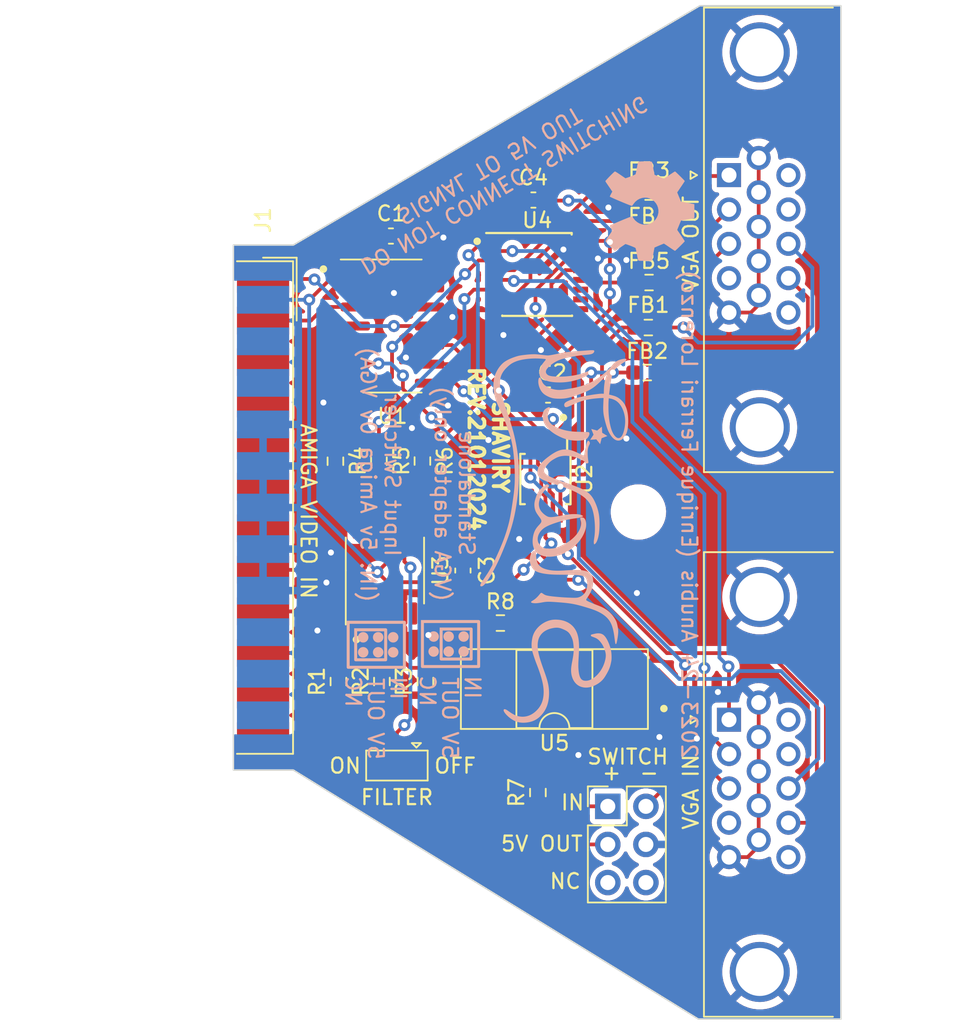
<source format=kicad_pcb>
(kicad_pcb (version 20221018) (generator pcbnew)
  (layers (0 "F.Cu" signal) (31 "B.Cu" signal) (34 "B.Paste" user) (35 "F.Paste" user) (36 "B.SilkS" user "B.Silkscreen") (37 "F.SilkS" user "F.Silkscreen") (38 "B.Mask" user) (39 "F.Mask" user) (44 "Edge.Cuts" user))
  (net 0 "")
  (net 1 "Net-(FB3-Pad2)")
  (net 2 "Net-(FB4-Pad2)")
  (net 3 "Net-(FB5-Pad2)")
  (net 5 "GND")
  (net 8 "Net-(FB1-Pad1)")
  (net 9 "Net-(FB2-Pad2)")
  (net 14 "Net-(U2-NO2)")
  (net 15 "Net-(U2-NO1)")
  (net 17 "Net-(U4-Da)")
  (net 18 "Vdrive")
  (net 19 "Net-(J1-RED)")
  (net 20 "Net-(J1-GREEN)")
  (net 21 "Net-(U4-Db)")
  (net 22 "Net-(U4-Dd)")
  (net 23 "Net-(U4-S1A)")
  (net 24 "Net-(U4-S1B)")
  (net 25 "Net-(U4-S1D)")
  (net 26 "Net-(J1-BLUE)")
  (net 27 "VCC")
  (net 28 "Net-(U2-COM1)")
  (net 29 "Net-(U2-NC1)")
  (net 30 "Net-(U2-NC2)")
  (net 31 "Net-(U2-COM2)")
  (net 32 "Net-(R7-Pad2)")
  (net 33 "GND1")
  (net 34 "Net-(U3-CH4_OUT)")
  (net 35 "Net-(U4-S2A)")
  (net 36 "Net-(U3-CH2_OUT)")
  (net 37 "Net-(U4-S2B)")
  (net 45 "Net-(J1-{slash}HSYNC)")
  (net 46 "Net-(J1-{slash}VSYNC)")
  (net 52 "Net-(U3-CH3_OUT)")
  (net 53 "+5V")
  (net 54 "Net-(U4-S2D)")
  (net 56 "Net-(U1-Pad4)")
  (net 57 "Net-(U1-Pad10)")
  (net 67 "Net-(J5-Pin_2)")
  (footprint "Package_DIP:DIP-4_W8.89mm_SMDSocket_LongPads" (layer "F.Cu") (at 148.3 99.745 180)
    (fp_text reference "U5")
    (fp_text value "PC817")
  )
  (footprint "Resistor_SMD:R_0603_1608Metric_Pad0.98x0.95mm_HandSolder" (layer "F.Cu") (at 154.610906 72.645)
    (fp_text reference "FB5")
    (fp_text value "FerriteBead")
  )
  (footprint "Resistor_SMD:R_0603_1608Metric_Pad0.98x0.95mm_HandSolder" (layer "F.Cu") (at 136.8 99.245 90)
    (fp_text reference "R2")
    (fp_text value "75ohm")
  )
  (footprint "Connector_Dsub:DSUB-15-HD_Female_Horizontal_P2.29x1.98mm_EdgePinOffset3.03mm_Housed_MountingHolesOffset4.94mm" (layer "F.Cu") (at 159.94 65.485 90)
    (fp_text reference "J2" hide)
    (fp_text value "VGA_SALIDA_HEMBRA")
  )
  (footprint "Package_SO:MSOP-10_3x3mm_P0.5mm" (layer "F.Cu") (at 147.7 85.745 -90)
    (fp_text reference "U2")
    (fp_text value "~")
  )
  (footprint "Resistor_SMD:R_0603_1608Metric_Pad0.98x0.95mm_HandSolder" (layer "F.Cu") (at 136.6 84.5575 90)
    (fp_text reference "R5")
    (fp_text value "75ohm")
  )
  (footprint "MountingHole:MountingHole_3.2mm_M3" (layer "F.Cu") (at 153.9 87.945)
    (fp_text reference "REF**" hide)
    (fp_text value "MountingHole_3.2mm_M3")
  )
  (footprint "Package_SO:SSOP-16_4.4x5.2mm_P0.65mm" (layer "F.Cu") (at 147.15 72.145)
    (fp_text reference "U4")
    (fp_text value "~")
  )
  (footprint "Package_SO:TSSOP-14_4.4x5mm_P0.65mm" (layer "F.Cu") (at 137 91.845 90)
    (fp_text reference "U3")
    (fp_text value "THS7374")
  )
  (footprint "Connector_PinHeader_2.54mm:PinHeader_2x03_P2.54mm_Vertical" (layer "F.Cu") (at 151.86 107.565)
    (fp_text reference "J4" hide)
    (fp_text value "Conn_02x03_Top_Bottom")
  )
  (footprint "Resistor_SMD:R_0603_1608Metric_Pad0.98x0.95mm_HandSolder" (layer "F.Cu") (at 147.2 106.645 90)
    (fp_text reference "R7")
    (fp_text value "1K")
  )
  (footprint "Connector_Dsub:DSUB-15-HD_Female_Horizontal_P2.29x1.98mm_EdgePinOffset3.03mm_Housed_MountingHolesOffset4.94mm" (layer "F.Cu") (at 159.94 101.79 90)
    (fp_text reference "J3" hide)
    (fp_text value "VGA_ENTRADA_HEMBRA")
  )
  (footprint "Resistor_SMD:R_0603_1608Metric_Pad0.98x0.95mm_HandSolder" (layer "F.Cu") (at 154.492352 78.645)
    (fp_text reference "FB2")
    (fp_text value "FerriteBead")
  )
  (footprint "Capacitor_SMD:C_0603_1608Metric" (layer "F.Cu") (at 137.4 69.545 180)
    (fp_text reference "C1")
    (fp_text value "0.01uf")
  )
  (footprint "Resistor_SMD:R_0603_1608Metric_Pad0.98x0.95mm_HandSolder" (layer "F.Cu") (at 144.7 95.345)
    (fp_text reference "R8")
    (fp_text value "10k" hide)
  )
  (footprint "Mis Cosas:DB_23_RGB_Female_EdgeMount_P2.77mm" (layer "F.Cu") (at 128.875 87.645 -90)
    (fp_text reference "J1")
    (fp_text value "AMIGA_DB23_RGB_ENTRADA_HEMBRA")
  )
  (footprint "Capacitor_SMD:C_0603_1608Metric" (layer "F.Cu") (at 142.2 91.845 90)
    (fp_text reference "C3")
    (fp_text value "0.1uf")
  )
  (footprint "Capacitor_SMD:C_0603_1608Metric" (layer "F.Cu") (at 147.875 80.145 180)
    (fp_text reference "C2")
    (fp_text value "0.1uf")
  )
  (footprint "Package_SO:SO-14_3.9x8.65mm_P1.27mm" (layer "F.Cu") (at 137.5 75.545)
    (fp_text reference "U1")
    (fp_text value "74HCT14")
  )
  (footprint "Resistor_SMD:R_0603_1608Metric_Pad0.98x0.95mm_HandSolder" (layer "F.Cu") (at 139.7 99.245 90)
    (fp_text reference "R3")
    (fp_text value "75ohm")
  )
  (footprint "Resistor_SMD:R_0603_1608Metric_Pad0.98x0.95mm_HandSolder" (layer "F.Cu") (at 154.5625 75.645 180)
    (fp_text reference "FB1")
    (fp_text value "FerriteBead")
  )
  (footprint "Resistor_SMD:R_0603_1608Metric_Pad0.98x0.95mm_HandSolder" (layer "F.Cu") (at 154.610906 69.645)
    (fp_text reference "FB4")
    (fp_text value "FerriteBead")
  )
  (footprint "Resistor_SMD:R_0603_1608Metric_Pad0.98x0.95mm_HandSolder" (layer "F.Cu") (at 154.610906 66.612863)
    (fp_text reference "FB3")
    (fp_text value "FerriteBead")
  )
  (footprint "Resistor_SMD:R_0603_1608Metric_Pad0.98x0.95mm_HandSolder" (layer "F.Cu") (at 133.7 84.5575 90)
    (fp_text reference "R4")
    (fp_text value "75ohm")
  )
  (footprint "Resistor_SMD:R_0603_1608Metric_Pad0.98x0.95mm_HandSolder" (layer "F.Cu") (at 133.9 99.245 90)
    (fp_text reference "R1")
    (fp_text value "75ohm")
  )
  (footprint "Jumper:SolderJumper-3_P1.3mm_Open_Pad1.0x1.5mm" (layer "F.Cu") (at 137.8 104.845 180)
    (fp_text reference "J5" hide)
    (fp_text value "Conn_01x03_Pin")
  )
  (footprint "Resistor_SMD:R_0603_1608Metric_Pad0.98x0.95mm_HandSolder" (layer "F.Cu") (at 139.5 84.545 90)
    (fp_text reference "R6")
    (fp_text value "75ohm")
  )
  (footprint "Capacitor_SMD:C_0603_1608Metric" (layer "F.Cu") (at 146.9 67.145 180)
    (fp_text reference "C4")
    (fp_text value "0.1uf")
  )
  (footprint "Symbol:OSHW-Symbol_6.7x6mm_SilkScreen" (layer "B.Cu") (at 154.65 67.895 90)
    (fp_text reference "REF**" hide)
    (fp_text value "OSHW-Symbol_6.7x6mm_SilkScreen" hide)
  )
  (gr_circle (center 141.25 96.245) (end 141.5 96.245) (stroke (width 0.2)) (fill solid) (layer "B.SilkS"))
  (gr_poly (pts (xy 150.635437 82.717974) (xy 150.635113 82.709943) (xy 150.634494 82.702061) (xy 150.633571 82.694354) (xy 150.632337 82.686849) (xy 150.630781 82.67957) (xy 150.628897 82.672545) (xy 150.626674 82.665795) (xy 150.624105 82.659348) (xy 150.621183 82.653231) (xy 150.617895 82.647468) (xy 150.614234 82.642085) (xy 150.610194 82.637108) (xy 150.605765 82.632561) (xy 150.600937 82.628471) (xy 150.595705 82.624863) (xy 150.590055 82.621762) (xy 150.583983 82.619196) (xy 150.577479 82.617187) (xy 150.570534 82.615763) (xy 150.515027 82.611882) (xy 150.413229 82.60879) (xy 150.115017 82.602324) (xy 149.764408 82.591092) (xy 149.597116 82.58204) (xy 149.449917 82.569818) (xy 149.383778 82.562139) (xy 149.31894 82.553232) (xy 149.255572 82.543242) (xy 149.193845 82.532319) (xy 149.133924 82.520608) (xy 149.075982 82.50826) (xy 148.966707 82.482238) (xy 148.867376 82.455437) (xy 148.779342 82.429038) (xy 148.703959 82.404225) (xy 148.642583 82.382181) (xy 148.580693 82.357858) (xy 148.505723 82.325859) (xy 148.421964 82.286843) (xy 148.378129 82.264911) (xy 148.333704 82.241475) (xy 148.289227 82.216615) (xy 148.245236 82.190414) (xy 148.202263 82.162957) (xy 148.160846 82.134325) (xy 148.121519 82.104599) (xy 148.084821 82.073865) (xy 148.051287 82.042205) (xy 148.021455 82.009701) (xy 148.007885 81.992979) (xy 147.994979 81.97574) (xy 147.971101 81.93988) (xy 147.949742 81.902453) (xy 147.930816 81.863796) (xy 147.914239 81.824243) (xy 147.899927 81.784132) (xy 147.887797 81.743797) (xy 147.877763 81.703572) (xy 147.869745 81.663796) (xy 147.863657 81.6248) (xy 147.859415 81.586924) (xy 147.856936 81.5505) (xy 147.856137 81.515863) (xy 147.856933 81.483351) (xy 147.859241 81.453297) (xy 147.862975 81.42604) (xy 147.868537 81.399146) (xy 147.876139 81.370236) (xy 147.88542 81.339715) (xy 147.896021 81.307996) (xy 147.919738 81.242589) (xy 147.944406 81.177282) (xy 147.967143 81.115341) (xy 147.976886 81.086655) (xy 147.985064 81.060035) (xy 147.991319 81.035892) (xy 147.995288 81.014632) (xy 147.996303 81.005211) (xy 147.996612 80.996665) (xy 147.996169 80.989043) (xy 147.994929 80.982398) (xy 147.992964 80.976599) (xy 147.990388 80.97147) (xy 147.987226 80.966993) (xy 147.983498 80.963151) (xy 147.979228 80.959929) (xy 147.974437 80.957307) (xy 147.96915 80.955271) (xy 147.963387 80.953801) (xy 147.957172 80.952882) (xy 147.950527 80.952496) (xy 147.943475 80.952624) (xy 147.936036 80.953252) (xy 147.920098 80.955936) (xy 147.90289 80.960411) (xy 147.884593 80.966537) (xy 147.865387 80.974181) (xy 147.845451 80.983203) (xy 147.824967 80.993467) (xy 147.804114 81.004838) (xy 147.783074 81.017176) (xy 147.762024 81.030346) (xy 147.741147 81.044211) (xy 147.720775 81.058565) (xy 147.701149 81.073392) (xy 147.682296 81.088842) (xy 147.664252 81.105058) (xy 147.647047 81.122192) (xy 147.630712 81.140389) (xy 147.615281 81.159797) (xy 147.600784 81.180564) (xy 147.587254 81.202838) (xy 147.574724 81.226766) (xy 147.563223 81.252495) (xy 147.552786 81.280175) (xy 147.543444 81.309952) (xy 147.535228 81.341972) (xy 147.528172 81.376384) (xy 147.522304 81.413337) (xy 147.517682 81.452547) (xy 147.514484 81.493581) (xy 147.512933 81.536367) (xy 147.513254 81.580829) (xy 147.515665 81.626894) (xy 147.520391 81.674486) (xy 147.527653 81.723534) (xy 147.537674 81.773962) (xy 147.550676 81.825695) (xy 147.566882 81.87866) (xy 147.586512 81.932784) (xy 147.609793 81.987991) (xy 147.636943 82.044207) (xy 147.668186 82.101358) (xy 147.703745 82.159372) (xy 147.743842 82.218171) (xy 147.787523 82.276207) (xy 147.833582 82.332021) (xy 147.881859 82.385672) (xy 147.932192 82.437218) (xy 147.984418 82.486718) (xy 148.038377 82.534233) (xy 148.093911 82.579819) (xy 148.150854 82.62354) (xy 148.209048 82.665449) (xy 148.268332 82.705609) (xy 148.32854 82.744078) (xy 148.389517 82.780917) (xy 148.451101 82.816182) (xy 148.51313 82.849934) (xy 148.637876 82.913133) (xy 148.699336 82.942223) (xy 148.758941 82.969107) (xy 148.816851 82.99388) (xy 148.873226 83.01664) (xy 148.928227 83.037482) (xy 148.982014 83.056499) (xy 149.03475 83.07379) (xy 149.086593 83.089448) (xy 149.137705 83.103572) (xy 149.188247 83.116255) (xy 149.238379 83.127593) (xy 149.288262 83.137683) (xy 149.338057 83.146618) (xy 149.387924 83.154497) (xy 149.488519 83.167466) (xy 149.537628 83.172651) (xy 149.583609 83.176949) (xy 149.62668 83.180414) (xy 149.667061 83.183109) (xy 149.704971 83.18509) (xy 149.740625 83.186415) (xy 149.806049 83.187335) (xy 149.865078 83.186337) (xy 149.919459 83.183887) (xy 149.970942 83.180454) (xy 150.021271 83.176505) (xy 150.021271 83.176503) (xy 150.065667 83.172917) (xy 150.099585 83.170091) (xy 150.125132 83.167777) (xy 150.135425 83.166731) (xy 150.144415 83.16572) (xy 150.152368 83.164709) (xy 150.159544 83.163669) (xy 150.166206 83.162568) (xy 150.172621 83.161375) (xy 150.179051 83.160057) (xy 150.185759 83.158584) (xy 150.201061 83.155045) (xy 150.25008 83.143126) (xy 150.282704 83.134411) (xy 150.318051 83.12403) (xy 150.354113 83.11211) (xy 150.371781 83.105614) (xy 150.388872 83.09878) (xy 150.405135 83.091625) (xy 150.420318 83.084166) (xy 150.43417 83.076419) (xy 150.446438 83.068397) (xy 150.458032 83.059376) (xy 150.469964 83.048734) (xy 150.482134 83.036637) (xy 150.494442 83.023257) (xy 150.506789 83.008763) (xy 150.519075 82.993325) (xy 150.531202 82.977114) (xy 150.543068 82.960298) (xy 150.554576 82.943047) (xy 150.565623 82.925532) (xy 150.576112 82.907921) (xy 150.585943 82.890384) (xy 150.595017 82.873093) (xy 150.603233 82.856216) (xy 150.610493 82.839922) (xy 150.616697 82.824383) (xy 150.621977 82.808895) (xy 150.626488 82.792779) (xy 150.630162 82.776242) (xy 150.63293 82.759483) (xy 150.634724 82.74271) (xy 150.635234 82.734383) (xy 150.635474 82.726129)) (fill solid) (layer "B.SilkS"))
  (gr_circle (center 142.25 96.245) (end 142.5 96.245) (stroke (width 0.2)) (fill solid) (layer "B.SilkS"))
  (gr_circle (center 137.55 96.295) (end 137.8 96.295) (stroke (width 0.2)) (fill solid) (layer "B.SilkS"))
  (gr_poly (pts (xy 153.220984 81.81267) (xy 153.218352 81.722284) (xy 153.213629 81.633341) (xy 153.206824 81.546597) (xy 153.197945 81.462805) (xy 153.187001 81.382723) (xy 153.173999 81.307103) (xy 153.159183 81.235621) (xy 153.142781 81.167358) (xy 153.124785 81.102174) (xy 153.105181 81.039928) (xy 153.08396 80.980483) (xy 153.061111 80.923697) (xy 153.036624 80.86943) (xy 153.010489 80.817545) (xy 152.982695 80.767901) (xy 152.95323 80.720359) (xy 152.922085 80.674779) (xy 152.889249 80.631021) (xy 152.854711 80.588946) (xy 152.81846 80.548414) (xy 152.780486 80.509286) (xy 152.740779 80.471423) (xy 152.700759 80.435812) (xy 152.661759 80.403392) (xy 152.623632 80.373946) (xy 152.586235 80.347255) (xy 152.549419 80.3231) (xy 152.513043 80.301262) (xy 152.47696 80.281525) (xy 152.441024 80.26367) (xy 152.405091 80.247479) (xy 152.369018 80.232734) (xy 152.332656 80.219217) (xy 152.295862 80.20671) (xy 152.220397 80.183851) (xy 152.141463 80.162416) (xy 152.061838 80.142148) (xy 151.985117 80.12397) (xy 151.945993 80.115445) (xy 151.948513 80.091988) (xy 151.983954 79.805802) (xy 152.021302 79.51443) (xy 152.03998 79.387278) (xy 152.053493 79.303344) (xy 152.069415 79.211416) (xy 152.087466 79.115677) (xy 152.107365 79.02031) (xy 152.128828 78.929502) (xy 152.140061 78.887115) (xy 152.151579 78.847434) (xy 152.163524 78.809702) (xy 152.176098 78.772795) (xy 152.189355 78.736688) (xy 152.203348 78.701356) (xy 152.218133 78.666776) (xy 152.233765 78.632926) (xy 152.250297 78.599778) (xy 152.267784 78.567312) (xy 152.28628 78.535502) (xy 152.305839 78.504327) (xy 152.326517 78.473758) (xy 152.348369 78.443776) (xy 152.371446 78.414355) (xy 152.395806 78.385471) (xy 152.421501 78.3571) (xy 152.448587 78.329218) (xy 152.477049 78.301851) (xy 152.506696 78.275054) (xy 152.537319 78.24884) (xy 152.568707 78.223226) (xy 152.632939 78.173866) (xy 152.69771 78.127103) (xy 152.928547 77.968597) (xy 152.950799 77.952254) (xy 152.971153 77.936697) (xy 152.989686 77.921894) (xy 153.00647 77.907814) (xy 153.021583 77.894429) (xy 153.035099 77.881705) (xy 153.047093 77.869616) (xy 153.057641 77.85813) (xy 153.066818 77.847217) (xy 153.074701 77.836846) (xy 153.081362 77.826986) (xy 153.08688 77.81761) (xy 153.091328 77.808687) (xy 153.094782 77.800184) (xy 153.097319 77.792074) (xy 153.099012 77.784324) (xy 153.099561 77.780577) (xy 153.099907 77.776917) (xy 153.100037 77.773348) (xy 153.099937 77.769876) (xy 153.099597 77.766504) (xy 153.099004 77.763236) (xy 153.098146 77.760076) (xy 153.09701 77.75703) (xy 153.095585 77.7541) (xy 153.093857 77.751294) (xy 153.091816 77.748613) (xy 153.089447 77.746062) (xy 153.086743 77.743646) (xy 153.083685 77.741369) (xy 153.080266 77.739236) (xy 153.07647 77.737251) (xy 153.072286 77.735418) (xy 153.067704 77.733741) (xy 153.062711 77.732224) (xy 153.057292 77.730873) (xy 153.051437 77.72969) (xy 153.045134 77.728683) (xy 153.03837 77.727852) (xy 153.031133 77.727204) (xy 153.023411 77.726743) (xy 153.015192 77.726473) (xy 153.006462 77.726398) (xy 152.997212 77.726522) (xy 152.987428 77.726852) (xy 152.977097 77.727389) (xy 152.966207 77.728139) (xy 152.954747 77.729106) (xy 152.903716 77.735146) (xy 152.845674 77.744823) (xy 152.81452 77.751103) (xy 152.78221 77.758388) (xy 152.748937 77.76671) (xy 152.714903 77.776099) (xy 152.680307 77.786587) (xy 152.645344 77.798208) (xy 152.610214 77.810991) (xy 152.575115 77.824971) (xy 152.540244 77.840177) (xy 152.5058 77.856642) (xy 152.47198 77.874399) (xy 152.438983 77.893476) (xy 152.407046 77.913875) (xy 152.376231 77.935533) (xy 152.346483 77.958389) (xy 152.317751 77.982383) (xy 152.289976 78.007456) (xy 152.263107 78.033547) (xy 152.237085 78.060597) (xy 152.211856 78.088546) (xy 152.187366 78.117333) (xy 152.163561 78.146899) (xy 152.140383 78.177185) (xy 152.11778 78.208131) (xy 152.095695 78.239675) (xy 152.074074 78.271758) (xy 152.032003 78.337305) (xy 151.991222 78.404375) (xy 151.951774 78.472865) (xy 151.913807 78.54272) (xy 151.877467 78.613891) (xy 151.842903 78.68633) (xy 151.810263 78.759987) (xy 151.779691 78.834808) (xy 151.751336 78.910747) (xy 151.725725 78.985965) (xy 151.703108 79.05965) (xy 151.683215 79.1333) (xy 151.66578 79.208409) (xy 151.650532 79.286477) (xy 151.637204 79.368996) (xy 151.625528 79.457463) (xy 151.615234 79.553375) (xy 151.606974 79.65658) (xy 151.601249 79.762871) (xy 151.597554 79.86765) (xy 151.59539 79.966328) (xy 151.594069 80.060213) (xy 151.588675 80.059724) (xy 151.533646 80.056602) (xy 151.481396 80.055439) (xy 151.431436 80.055984) (xy 151.383275 80.057989) (xy 151.336426 80.061201) (xy 151.290397 80.065373) (xy 151.198841 80.075595) (xy 151.105318 80.087032) (xy 151.009034 80.099585) (xy 150.909821 80.113534) (xy 150.807505 80.129157) (xy 150.701599 80.146724) (xy 150.59031 80.166475) (xy 150.471527 80.188646) (xy 150.343132 80.213466) (xy 150.204436 80.241065) (xy 150.060414 80.27115) (xy 149.917463 80.30333) (xy 149.848388 80.320079) (xy 149.781978 80.337204) (xy 149.71794 80.354989) (xy 149.655634 80.373582) (xy 149.595333 80.392729) (xy 149.537316 80.412178) (xy 149.481863 80.431678) (xy 149.429249 80.450975) (xy 149.333648 80.487946) (xy 149.286887 80.50699) (xy 149.236657 80.528599) (xy 149.185089 80.552562) (xy 149.159471 80.565363) (xy 149.134318 80.578674) (xy 149.1099 80.592471) (xy 149.086481 80.606725) (xy 149.06433 80.621411) (xy 149.043711 80.636505) (xy 149.024894 80.651978) (xy 149.008142 80.667806) (xy 148.993725 80.68396) (xy 148.987475 80.692153) (xy 148.981909 80.700417) (xy 148.97694 80.708865) (xy 148.972454 80.71759) (xy 148.968451 80.726559) (xy 148.964926 80.735741) (xy 148.961873 80.745104) (xy 148.959291 80.754618) (xy 148.957174 80.76425) (xy 148.955521 80.773971) (xy 148.953585 80.793548) (xy 148.953452 80.813097) (xy 148.955092 80.832368) (xy 148.958476 80.851109) (xy 148.960811 80.860201) (xy 148.963571 80.869068) (xy 148.966751 80.877676) (xy 148.970348 80.885995) (xy 148.974357 80.893992) (xy 148.978778 80.901637) (xy 148.983602 80.908898) (xy 148.988828 80.915744) (xy 148.994452 80.922143) (xy 149.000469 80.928065) (xy 149.006878 80.933477) (xy 149.013671 80.938346) (xy 149.02085 80.942645) (xy 149.028405 80.946339) (xy 149.036337 80.949399) (xy 149.044639 80.951792) (xy 149.053346 80.953529) (xy 149.062492 80.954656) (xy 149.072066 80.955194) (xy 149.082059 80.95516) (xy 149.103266 80.953455) (xy 149.126036 80.949694) (xy 149.150296 80.944031) (xy 149.175968 80.936619) (xy 149.202981 80.927609) (xy 149.231259 80.917156) (xy 149.260726 80.905413) (xy 149.291309 80.892531) (xy 149.355521 80.863968) (xy 149.494036 80.799922) (xy 149.567399 80.766625) (xy 149.643103 80.733191) (xy 149.720646 80.699995) (xy 149.799523 80.667413) (xy 149.879232 80.635819) (xy 149.959269 80.605588) (xy 150.039129 80.577093) (xy 150.11831 80.550711) (xy 150.196389 80.526726) (xy 150.273275 80.505062) (xy 150.348955 80.485546) (xy 150.423421 80.468013) (xy 150.496659 80.452293) (xy 150.568663 80.438216) (xy 150.639421 80.425617) (xy 150.70892 80.414325) (xy 150.777185 80.404184) (xy 150.844376 80.395079) (xy 150.910687 80.386912) (xy 150.97631 80.379578) (xy 151.10627 80.367005) (xy 151.23581 80.356549) (xy 151.367007 80.347911) (xy 151.434506 80.3448) (xy 151.504065 80.342876) (xy 151.576272 80.342427) (xy 151.578626 80.342468) (xy 151.578519 80.343957) (xy 151.57648 80.37557) (xy 151.574312 80.412661) (xy 151.572013 80.455781) (xy 151.569582 80.505479) (xy 151.567019 80.562307) (xy 151.564324 80.626812) (xy 151.555598 80.864866) (xy 151.553367 80.962486) (xy 151.552901 81.05085) (xy 151.554462 81.133717) (xy 151.558307 81.214846) (xy 151.564695 81.297997) (xy 151.573885 81.38693) (xy 151.590158 81.494847) (xy 151.616256 81.627081) (xy 151.650121 81.775578) (xy 151.689694 81.932294) (xy 151.732926 82.089176) (xy 151.777758 82.238179) (xy 151.822135 82.371249) (xy 151.864001 82.480341) (xy 151.885392 82.529111) (xy 151.909574 82.580526) (xy 151.936465 82.63387) (xy 151.965971 82.688427) (xy 151.998008 82.743479) (xy 152.032486 82.798313) (xy 152.069317 82.85221) (xy 152.108414 82.904456) (xy 152.149688 82.954333) (xy 152.193051 83.001125) (xy 152.238414 83.044117) (xy 152.285688 83.082592) (xy 152.310017 83.099911) (xy 152.334789 83.115834) (xy 152.359996 83.130269) (xy 152.385625 83.143128) (xy 152.411666 83.154319) (xy 152.438109 83.163754) (xy 152.464941 83.171346) (xy 152.492152 83.177001) (xy 152.519396 83.180712) (xy 152.546321 83.182562) (xy 152.566397 83.182592) (xy 152.566397 83.014688) (xy 152.552647 83.013717) (xy 152.538757 83.011757) (xy 152.524726 83.008789) (xy 152.510557 83.004801) (xy 152.496253 82.999769) (xy 152.481813 82.993683) (xy 152.467238 82.986522) (xy 152.452532 82.97827) (xy 152.437693 82.968912) (xy 152.422724 82.958429) (xy 152.407629 82.946807) (xy 152.392405 82.934027) (xy 152.377056 82.920072) (xy 152.361581 82.904927) (xy 152.331114 82.872198) (xy 152.30183 82.836933) (xy 152.273692 82.799044) (xy 152.246658 82.758437) (xy 152.220695 82.715026) (xy 152.195761 82.668718) (xy 152.171819 82.619422) (xy 152.148832 82.567051) (xy 152.126758 82.511514) (xy 152.105563 82.452717) (xy 152.085206 82.390574) (xy 152.06565 82.324993) (xy 152.046856 82.255883) (xy 152.028788 82.183156) (xy 152.011403 82.106719) (xy 151.994667 82.026484) (xy 151.979168 81.943992) (xy 151.965453 81.861031) (xy 151.942967 81.694842) (xy 151.926383 81.530179) (xy 151.914884 81.369308) (xy 151.907646 81.21449) (xy 151.903847 81.06799) (xy 151.903276 80.808993) (xy 151.905583 80.694175) (xy 151.909739 80.582782) (xy 151.915296 80.476702) (xy 151.921808 80.377819) (xy 151.92297 80.363946) (xy 151.948852 80.36727) (xy 151.995386 80.374508) (xy 152.042583 80.38335) (xy 152.090293 80.39403) (xy 152.138369 80.406785) (xy 152.186663 80.421852) (xy 152.235028 80.439468) (xy 152.283316 80.459869) (xy 152.331378 80.483293) (xy 152.379066 80.509973) (xy 152.426233 80.54015) (xy 152.47273 80.574057) (xy 152.518411 80.611932) (xy 152.563127 80.654013) (xy 152.606629 80.700235) (xy 152.648683 80.750257) (xy 152.689159 80.80391) (xy 152.727926 80.861017) (xy 152.764853 80.921404) (xy 152.799814 80.984899) (xy 152.832676 81.051326) (xy 152.863307 81.120511) (xy 152.891583 81.192281) (xy 152.917369 81.266462) (xy 152.940537 81.342881) (xy 152.960955 81.421362) (xy 152.978497 81.501731) (xy 152.99303 81.583815) (xy 153.004425 81.667441) (xy 153.012551 81.752433) (xy 153.016977 81.838689) (xy 153.017557 81.9258) (xy 153.014588 82.013137) (xy 153.008365 82.100067) (xy 152.999189 82.185962) (xy 152.987356 82.270188) (xy 152.973162 82.352116) (xy 152.956906 82.431115) (xy 152.938884 82.506553) (xy 152.919393 82.5778) (xy 152.898733 82.644225) (xy 152.877198 82.705197) (xy 152.855087 82.760085) (xy 152.832696 82.808259) (xy 152.810325 82.849088) (xy 152.78827 82.88194) (xy 152.777286 82.895927) (xy 152.766139 82.909227) (xy 152.754826 82.92182) (xy 152.743351 82.933692) (xy 152.731715 82.944824) (xy 152.71992 82.955202) (xy 152.707965 82.964805) (xy 152.695854 82.973621) (xy 152.683587 82.98163) (xy 152.671166 82.988817) (xy 152.658591 82.995164) (xy 152.645865 83.000655) (xy 152.632987 83.005274) (xy 152.619962 83.009003) (xy 152.606788 83.011824) (xy 152.593468 83.013724) (xy 152.580006 83.014684) (xy 152.566397 83.014688) (xy 152.566397 83.182592) (xy 152.572913 83.182602) (xy 152.599155 83.180883) (xy 152.625035 83.17746) (xy 152.650535 83.172384) (xy 152.675642 83.165706) (xy 152.700338 83.157476) (xy 152.72461 83.147749) (xy 152.748441 83.136575) (xy 152.771818 83.124009) (xy 152.794723 83.110098) (xy 152.817144 83.094899) (xy 152.839062 83.078459) (xy 152.860466 83.060834) (xy 152.881337 83.042072) (xy 152.901662 83.022227) (xy 152.921425 83.001352) (xy 152.959203 82.956715) (xy 152.994553 82.908575) (xy 153.027348 82.857349) (xy 153.05747 82.803449) (xy 153.084794 82.747293) (xy 153.109201 82.689294) (xy 153.130568 82.629869) (xy 153.149284 82.566562) (xy 153.165829 82.497151) (xy 153.18021 82.42239) (xy 153.192436 82.343033) (xy 153.202515 82.259838) (xy 153.210454 82.173556) (xy 153.216263 82.084942) (xy 153.219949 81.994754) (xy 153.221519 81.903745)) (fill solid) (layer "B.SilkS"))
  (gr_circle (center 135.55 96.295) (end 135.8 96.295) (stroke (width 0.2)) (fill solid) (layer "B.SilkS"))
  (gr_rect (start 134.55 95.295) (end 138.3 98.295) (stroke (width 0.2)) (fill none) (layer "B.SilkS"))
  (gr_poly (pts (xy 152.374183 78.091978) (xy 152.373727 78.087784) (xy 152.373034 78.083777) (xy 152.372114 78.079948) (xy 152.370978 78.076294) (xy 152.369635 78.072807) (xy 152.368098 78.069492) (xy 152.366381 78.066359) (xy 152.36449 78.063408) (xy 152.36243 78.060639) (xy 152.360211 78.058054) (xy 152.357839 78.055649) (xy 152.355318 78.053427) (xy 152.35266 78.051389) (xy 152.349867 78.049532) (xy 152.34695 78.04786) (xy 152.343914 78.04637) (xy 152.340764 78.045065) (xy 152.337512 78.043942) (xy 152.33416 78.043003) (xy 152.330716 78.042248) (xy 152.32719 78.041677) (xy 152.323586 78.04129) (xy 152.319911 78.041088) (xy 152.316173 78.04107) (xy 152.312379 78.041236) (xy 152.308534 78.041587) (xy 152.304647 78.042123) (xy 152.296773 78.043751) (xy 152.288811 78.04612) (xy 152.280819 78.049233) (xy 152.272848 78.053088) (xy 152.264958 78.057691) (xy 152.257204 78.063027) (xy 152.249597 78.069047) (xy 152.242117 78.075699) (xy 152.234745 78.082921) (xy 152.22746 78.090662) (xy 152.220241 78.09886) (xy 152.213069 78.107463) (xy 152.205924 78.116414) (xy 152.191636 78.135132) (xy 152.177216 78.154563) (xy 152.162506 78.174255) (xy 152.147344 78.193761) (xy 152.131596 78.212719) (xy 152.115158 78.231257) (xy 152.097906 78.249664) (xy 152.079721 78.268223) (xy 152.060484 78.287219) (xy 152.040074 78.30694) (xy 151.995255 78.349693) (xy 151.886417 78.45392) (xy 151.822691 78.514588) (xy 151.753412 78.579784) (xy 151.678178 78.649093) (xy 151.637172 78.685681) (xy 151.593123 78.723844) (xy 151.545445 78.7638) (xy 151.493547 78.805766) (xy 151.436842 78.849961) (xy 151.374743 78.8966) (xy 151.306767 78.945813) (xy 151.233133 78.997119) (xy 151.15431 79.049815) (xy 151.070767 79.103199) (xy 150.982978 79.156566) (xy 150.89141 79.209213) (xy 150.796534 79.260439) (xy 150.698821 79.309541) (xy 150.59881 79.355919) (xy 150.49725 79.399431) (xy 150.394917 79.440052) (xy 150.292589 79.477759) (xy 150.19104 79.512527) (xy 150.091047 79.544335) (xy 149.993387 79.573158) (xy 149.898837 79.598973) (xy 149.807979 79.621823) (xy 149.720492 79.642047) (xy 149.635801 79.660074) (xy 149.553328 79.676328) (xy 149.392731 79.70524) (xy 149.234087 79.732197) (xy 149.073467 79.759332) (xy 148.992356 79.772047) (xy 148.910935 79.783422) (xy 148.829376 79.792882) (xy 148.747853 79.799849) (xy 148.666532 79.803745) (xy 148.626003 79.804362) (xy 148.585585 79.803993) (xy 148.545305 79.802589) (xy 148.50519 79.800163) (xy 148.465284 79.796748) (xy 148.425627 79.792378) (xy 148.386261 79.787087) (xy 148.347228 79.780905) (xy 148.30857 79.773867) (xy 148.27033 79.766006) (xy 148.232545 79.757352) (xy 148.195258 79.747941) (xy 148.158512 79.737804) (xy 148.122348 79.726976) (xy 148.086808 79.715488) (xy 148.051932 79.703374) (xy 148.017764 79.690665) (xy 147.984343 79.677397) (xy 147.951711 79.663598) (xy 147.919903 79.649297) (xy 147.88895 79.634519) (xy 147.858885 79.619287) (xy 147.829743 79.603627) (xy 147.801555 79.587565) (xy 147.774355 79.571126) (xy 147.748176 79.554332) (xy 147.72305 79.537211) (xy 147.699012 79.519787) (xy 147.676092 79.502086) (xy 147.654324 79.484131) (xy 147.633744 79.46595) (xy 147.61438 79.447564) (xy 147.596268 79.429001) (xy 147.579441 79.410285) (xy 147.563911 79.391445) (xy 147.549613 79.372521) (xy 147.53646 79.353557) (xy 147.524366 79.334596) (xy 147.513247 79.315684) (xy 147.503017 79.296863) (xy 147.493587 79.278178) (xy 147.484875 79.259673) (xy 147.476792 79.241392) (xy 147.469255 79.223379) (xy 147.455471 79.188331) (xy 147.43066 79.123382) (xy 147.424547 79.108471) (xy 147.418382 79.094169) (xy 147.412171 79.080507) (xy 147.40592 79.067521) (xy 147.399633 79.055242) (xy 147.393317 79.043704) (xy 147.386977 79.03294) (xy 147.380616 79.022982) (xy 147.374241 79.013864) (xy 147.37105 79.009631) (xy 147.367859 79.00562) (xy 147.364666 79.001835) (xy 147.361472 78.998281) (xy 147.358279 78.994962) (xy 147.355087 78.991882) (xy 147.351896 78.989044) (xy 147.348709 78.986454) (xy 147.345524 78.984115) (xy 147.342343 78.98203) (xy 147.339166 78.980207) (xy 147.335995 78.978647) (xy 147.33283 78.977353) (xy 147.329671 78.976334) (xy 147.326519 78.975587) (xy 147.323375 78.975115) (xy 147.320243 78.974913) (xy 147.317127 78.974982) (xy 147.314024 78.975317) (xy 147.310942 78.975914) (xy 147.307877 78.976775) (xy 147.304837 78.977894) (xy 147.30182 78.979269) (xy 147.298831 78.9809) (xy 147.295869 78.982783) (xy 147.292941 78.984915) (xy 147.287185 78.989917) (xy 147.28158 78.99589) (xy 147.276145 79.002814) (xy 147.270896 79.010667) (xy 147.265851 79.019434) (xy 147.26103 79.029092) (xy 147.256446 79.039623) (xy 147.25212 79.051008) (xy 147.24807 79.063228) (xy 147.24431 79.076264) (xy 147.240861 79.090093) (xy 147.23773 79.104682) (xy 147.23493 79.119991) (xy 147.23247 79.135986) (xy 147.228613 79.169885) (xy 147.226238 79.206078) (xy 147.225428 79.24427) (xy 147.226261 79.284165) (xy 147.228822 79.325468) (xy 147.233189 79.367881) (xy 147.239438 79.411145) (xy 147.247626 79.455157) (xy 147.257798 79.499848) (xy 147.270008 79.545151) (xy 147.284302 79.591003) (xy 147.300731 79.63733) (xy 147.319343 79.684072) (xy 147.340189 79.731161) (xy 147.351472 79.754809) (xy 147.363377 79.778495) (xy 147.375955 79.802185) (xy 147.389254 79.825845) (xy 147.403327 79.849443) (xy 147.418226 79.872946) (xy 147.434 79.896321) (xy 147.450699 79.919533) (xy 147.468376 79.942552) (xy 147.487081 79.965345) (xy 147.506865 79.987876) (xy 147.527778 80.010115) (xy 147.549871 80.032027) (xy 147.573196 80.05358) (xy 147.597802 80.074742) (xy 147.623742 80.095478) (xy 147.651574 80.115994) (xy 147.681639 80.136446) (xy 147.713658 80.156718) (xy 147.747354 80.176699) (xy 147.782448 80.196278) (xy 147.818662 80.215342) (xy 147.855717 80.233778) (xy 147.893335 80.251473) (xy 147.931239 80.268318) (xy 147.96915 80.284198) (xy 148.006789 80.299002) (xy 148.043878 80.312616) (xy 148.080139 80.32493) (xy 148.115292 80.335831) (xy 148.149062 80.345207) (xy 148.181169 80.352944) (xy 148.213803 80.359498) (xy 148.24913 80.365399) (xy 148.326607 80.375287) (xy 148.411099 80.38267) (xy 148.500092 80.387615) (xy 148.591077 80.390189) (xy 148.681546 80.390456) (xy 148.768991 80.388483) (xy 148.8509 80.384336) (xy 148.928123 80.378088) (xy 149.004185 80.369529) (xy 149.080595 80.358295) (xy 149.158864 80.34403) (xy 149.240497 80.326369) (xy 149.327007 80.304954) (xy 149.419902 80.279424) (xy 149.520692 80.249419) (xy 149.627802 80.21565) (xy 149.737866 80.17931) (xy 149.849705 80.140755) (xy 149.962144 80.100342) (xy 150.074001 80.058426) (xy 150.184099 80.015364) (xy 150.291259 79.971513) (xy 150.394304 79.92723) (xy 150.443568 79.905086) (xy 150.490813 79.883029) (xy 150.536112 79.861065) (xy 150.57954 79.83919) (xy 150.621168 79.817407) (xy 150.661071 79.795715) (xy 150.699321 79.774115) (xy 150.735993 79.75261) (xy 150.771158 79.731196) (xy 150.804892 79.709877) (xy 150.868352 79.667523) (xy 150.92696 79.62555) (xy 150.981303 79.583964) (xy 150.981303 79.583961) (xy 151.036396 79.539305) (xy 151.095927 79.488978) (xy 151.158483 79.434266) (xy 151.222655 79.376456) (xy 151.287034 79.316834) (xy 151.350203 79.256687) (xy 151.410759 79.1973) (xy 151.467288 79.139963) (xy 151.520515 79.08341) (xy 151.572115 79.026104) (xy 151.622108 78.968916) (xy 151.670513 78.912715) (xy 151.717349 78.858368) (xy 151.762634 78.806748) (xy 151.806388 78.758723) (xy 151.827698 78.73633) (xy 151.848629 78.715162) (xy 152.055996 78.512024) (xy 152.112391 78.455563) (xy 152.16658 78.399954) (xy 152.216553 78.346763) (xy 152.260297 78.297548) (xy 152.279253 78.274898) (xy 152.296219 78.25362) (xy 152.311274 78.23367) (xy 152.324498 78.214996) (xy 152.335973 78.197549) (xy 152.345777 78.181282) (xy 152.350077 78.173577) (xy 152.353992 78.166146) (xy 152.357527 78.158987) (xy 152.360696 78.152094) (xy 152.363508 78.145456) (xy 152.365973 78.139074) (xy 152.3681 78.132936) (xy 152.3699 78.127039) (xy 152.371383 78.121376) (xy 152.372559 78.115941) (xy 152.373438 78.110729) (xy 152.374029 78.105732) (xy 152.374344 78.100945) (xy 152.374392 78.096363)) (fill solid) (layer "B.SilkS"))
  (gr_circle (center 140.25 96.245) (end 140.5 96.245) (stroke (width 0.2)) (fill solid) (layer "B.SilkS"))
  (gr_poly (pts (xy 150.959896 77.208551) (xy 150.959484 77.204293) (xy 150.958771 77.200227) (xy 150.957738 77.196349) (xy 150.956367 77.192657) (xy 150.954644 77.189153) (xy 150.952551 77.185828) (xy 150.950073 77.182685) (xy 150.94719 77.17972) (xy 150.94389 77.176933) (xy 150.940151 77.174318) (xy 150.935958 77.171877) (xy 150.931297 77.169604) (xy 150.926147 77.167501) (xy 150.920495 77.165565) (xy 150.914323 77.163792) (xy 150.907614 77.162182) (xy 150.90035 77.160731) (xy 150.892516 77.159438) (xy 150.884096 77.158301) (xy 150.87507 77.157317) (xy 150.865426 77.156486) (xy 150.855143 77.155804) (xy 150.844206 77.155268) (xy 150.832598 77.15488) (xy 150.820304 77.154635) (xy 150.793584 77.154565) (xy 150.732029 77.155991) (xy 150.661512 77.159186) (xy 150.502291 77.169416) (xy 150.172081 77.194931) (xy 149.698055 77.22751) (xy 149.587381 77.236765) (xy 149.473093 77.247543) (xy 149.357666 77.259462) (xy 149.243567 77.272143) (xy 149.130661 77.285796) (xy 149.071508 77.293753) (xy 149.008357 77.302992) (xy 148.939556 77.313907) (xy 148.863453 77.326892) (xy 148.778399 77.342345) (xy 148.682744 77.36066) (xy 148.226638 77.45173) (xy 148.11661 77.472238) (xy 148.017617 77.489024) (xy 147.934373 77.500679) (xy 147.871597 77.505794) (xy 147.842454 77.505524) (xy 147.806444 77.503493) (xy 147.716518 77.49511) (xy 147.483889 77.467746) (xy 147.351952 77.452585) (xy 147.21678 77.438987) (xy 147.083759 77.428862) (xy 147.019736 77.4257) (xy 146.958271 77.424124) (xy 146.828527 77.426061) (xy 146.684241 77.433772) (xy 146.533051 77.445871) (xy 146.382597 77.46097) (xy 146.240516 77.477684) (xy 146.114447 77.494624) (xy 146.01203 77.510404) (xy 145.940899 77.523639) (xy 145.869027 77.541521) (xy 145.764648 77.571817) (xy 145.6358 77.613997) (xy 145.564714 77.639377) (xy 145.490525 77.66753) (xy 145.414239 77.698389) (xy 145.336863 77.731887) (xy 145.2594 77.767958) (xy 145.182854 77.806537) (xy 145.10823 77.847556) (xy 145.036536 77.890951) (xy 144.968775 77.936654) (xy 144.905953 77.984599) (xy 144.847239 78.035374) (xy 144.791157 78.089309) (xy 144.737749 78.145948) (xy 144.687057 78.204834) (xy 144.639119 78.265517) (xy 144.593976 78.327539) (xy 144.55167 78.390446) (xy 144.512239 78.453783) (xy 144.475726 78.517093) (xy 144.44217 78.579923) (xy 144.411612 78.641819) (xy 144.384091 78.702325) (xy 144.35965 78.760985) (xy 144.338328 78.817345) (xy 144.320166 78.870951) (xy 144.305205 78.921347) (xy 144.29222 78.972185) (xy 144.280093 79.027313) (xy 144.269021 79.086571) (xy 144.259204 79.149799) (xy 144.250835 79.216835) (xy 144.244114 79.287521) (xy 144.239238 79.361695) (xy 144.236404 79.439197) (xy 144.23581 79.519868) (xy 144.237652 79.603544) (xy 144.242127 79.690069) (xy 144.249435 79.779279) (xy 144.25977 79.871015) (xy 144.273332 79.965117) (xy 144.290316 80.061425) (xy 144.310923 80.159778) (xy 144.333838 80.255916) (xy 144.357587 80.346043) (xy 144.382119 80.430684) (xy 144.407385 80.510372) (xy 144.433335 80.58563) (xy 144.459918 80.656995) (xy 144.487084 80.724991) (xy 144.514786 80.790149) (xy 144.57159 80.914065) (xy 144.629929 81.032975) (xy 144.749622 81.272712) (xy 144.807991 81.398008) (xy 144.862568 81.524185) (xy 144.913922 81.650894) (xy 144.962616 81.777787) (xy 145.054294 82.030729) (xy 145.142128 82.280221) (xy 145.229879 82.527329) (xy 145.273292 82.652771) (xy 145.315759 82.780973) (xy 145.356805 82.913051) (xy 145.395952 83.050135) (xy 145.432725 83.193345) (xy 145.466647 83.343807) (xy 145.497346 83.502223) (xy 145.524869 83.667659) (xy 145.549374 83.83878) (xy 145.571011 84.014254) (xy 145.589939 84.192745) (xy 145.606311 84.372918) (xy 145.620284 84.553441) (xy 145.632012 84.732977) (xy 145.641618 84.910191) (xy 145.649115 85.084351) (xy 145.654491 85.255039) (xy 145.657733 85.421832) (xy 145.658828 85.584311) (xy 145.657767 85.742054) (xy 145.654532 85.894642) (xy 145.649115 86.041651) (xy 145.641573 86.182407) (xy 145.632083 86.317357) (xy 145.620798 86.447773) (xy 145.60788 86.574926) (xy 145.59348 86.700086) (xy 145.577756 86.824524) (xy 145.54297 87.076321) (xy 145.505029 87.33537) (xy 145.465541 87.593494) (xy 145.425909 87.841004) (xy 145.387528 88.068217) (xy 145.350982 88.269301) (xy 145.3326 88.362852) (xy 145.313554 88.454026) (xy 145.293402 88.544539) (xy 145.271697 88.636106) (xy 145.247999 88.730437) (xy 145.221861 88.82925) (xy 145.161204 89.043917) (xy 145.126745 89.158789) (xy 145.089625 89.277773) (xy 145.049915 89.400187) (xy 145.007688 89.525343) (xy 144.963014 89.652554) (xy 144.915963 89.781144) (xy 144.866678 89.910412) (xy 144.815439 90.039954) (xy 144.708219 90.298908) (xy 144.596554 90.556087) (xy 144.482691 90.809579) (xy 144.368847 91.056457) (xy 144.255419 91.293463) (xy 144.198707 91.40751) (xy 144.141915 91.518182) (xy 144.084979 91.62518) (xy 144.027842 91.7282) (xy 143.970579 91.826886) (xy 143.913571 91.92111) (xy 143.857214 92.010931) (xy 143.801907 92.096406) (xy 143.696026 92.254538) (xy 143.599102 92.395954) (xy 143.514328 92.52086) (xy 143.47747 92.576963) (xy 143.444803 92.62872) (xy 143.416707 92.676051) (xy 143.393561 92.718874) (xy 143.383962 92.738569) (xy 143.375743 92.757106) (xy 143.36895 92.774474) (xy 143.363632 92.790665) (xy 143.361539 92.798316) (xy 143.359816 92.805671) (xy 143.358459 92.812735) (xy 143.357459 92.819508) (xy 143.356803 92.825995) (xy 143.356491 92.832194) (xy 143.356508 92.838112) (xy 143.356847 92.843751) (xy 143.357503 92.84911) (xy 143.358466 92.854196) (xy 143.359726 92.859007) (xy 143.361278 92.863547) (xy 143.363112 92.86782) (xy 143.365221 92.871826) (xy 143.367594 92.87557) (xy 143.370227 92.879052) (xy 143.373108 92.882275) (xy 143.376231 92.885242) (xy 143.379587 92.887957) (xy 143.383168 92.890419) (xy 143.386967 92.892633) (xy 143.390974 92.8946) (xy 143.395182 92.896322) (xy 143.399582 92.897804) (xy 143.404167 92.899046) (xy 143.408928 92.90005) (xy 143.413857 92.900821) (xy 143.418945 92.901359) (xy 143.424185 92.901669) (xy 143.429568 92.901752) (xy 143.440733 92.901244) (xy 143.452391 92.89983) (xy 143.464574 92.897402) (xy 143.477326 92.893829) (xy 143.490697 92.888974) (xy 143.504733 92.882704) (xy 143.519481 92.874887) (xy 143.534992 92.865386) (xy 143.55131 92.85407) (xy 143.568485 92.840804) (xy 143.586564 92.825455) (xy 143.605592 92.807889) (xy 143.62562 92.787972) (xy 143.646694 92.76557) (xy 143.668861 92.740549) (xy 143.692171 92.712777) (xy 143.716668 92.682119) (xy 143.769204 92.612068) (xy 143.825772 92.531612) (xy 143.885457 92.442425) (xy 143.947344 92.346181) (xy 144.01052 92.244556) (xy 144.074071 92.139222) (xy 144.13708 92.031852) (xy 144.198636 91.924122) (xy 144.258018 91.817352) (xy 144.315384 91.711249) (xy 144.371137 91.60507) (xy 144.425678 91.498066) (xy 144.479411 91.389492) (xy 144.532736 91.278603) (xy 144.58606 91.164655) (xy 144.639782 91.0469) (xy 144.749263 90.798518) (xy 144.860991 90.534232) (xy 144.974229 90.255895) (xy 145.088236 89.965359) (xy 145.201985 89.663714) (xy 145.258136 89.508059) (xy 145.31343 89.348625) (xy 145.367584 89.185002) (xy 145.420313 89.01678) (xy 145.471338 88.843543) (xy 145.520377 88.664879) (xy 145.567167 88.480601) (xy 145.611563 88.291307) (xy 145.653458 88.097768) (xy 145.692748 87.900752) (xy 145.729325 87.70103) (xy 145.763084 87.499371) (xy 145.793917 87.296545) (xy 145.821719 87.093324) (xy 145.8464 86.890291) (xy 145.86794 86.687242) (xy 145.886339 86.483764) (xy 145.901595 86.279446) (xy 145.913707 86.073872) (xy 145.922674 85.866631) (xy 145.928497 85.65731) (xy 145.931172 85.445497) (xy 145.93067 85.23238) (xy 145.926462 85.01819) (xy 145.917803 84.801072) (xy 145.903949 84.579175) (xy 145.884159 84.350648) (xy 145.857685 84.113636) (xy 145.823786 83.866288) (xy 145.781715 83.606751) (xy 145.734094 83.348091) (xy 145.682922 83.100011) (xy 145.626527 82.85562) (xy 145.563242 82.60802) (xy 145.491393 82.350318) (xy 145.409311 82.07562) (xy 145.315326 81.777029) (xy 145.207765 81.447653) (xy 144.995585 80.813071) (xy 144.904982 80.534672) (xy 144.826721 80.277066) (xy 144.762314 80.036407) (xy 144.735778 79.921229) (xy 144.713272 79.808844) (xy 144.694985 79.698772) (xy 144.681107 79.590531) (xy 144.671825 79.483639) (xy 144.667329 79.377615) (xy 144.668491 79.274843) (xy 144.675713 79.177881) (xy 144.688488 79.086512) (xy 144.706303 79.000518) (xy 144.728651 78.919685) (xy 144.755021 78.843792) (xy 144.784904 78.772625) (xy 144.817789 78.705966) (xy 144.853169 78.643598) (xy 144.890531 78.585303) (xy 144.929367 78.530865) (xy 144.969168 78.480069) (xy 145.009421 78.432696) (xy 145.049622 78.388529) (xy 145.127817 78.308943) (xy 145.164802 78.273216) (xy 145.200147 78.240111) (xy 145.233993 78.20947) (xy 145.266484 78.181135) (xy 145.297762 78.154944) (xy 145.327972 78.13074) (xy 145.357254 78.108365) (xy 145.385749 78.087659) (xy 145.413604 78.068463) (xy 145.440959 78.050616) (xy 145.467958 78.033964) (xy 145.494743 78.018342) (xy 145.521456 78.003595) (xy 145.548241 77.989562) (xy 145.602595 77.963007) (xy 145.658834 77.937619) (xy 145.717534 77.913228) (xy 145.77916 77.889875) (xy 145.844174 77.867604) (xy 145.913044 77.846461) (xy 145.986232 77.826487) (xy 146.064202 77.807729) (xy 146.147421 77.790226) (xy 146.236095 77.774041) (xy 146.329461 77.759289) (xy 146.426512 77.746102) (xy 146.52625 77.734607) (xy 146.627669 77.724934) (xy 146.729769 77.717214) (xy 146.831545 77.711576) (xy 146.931996 77.70815) (xy 147.030059 77.706978) (xy 147.124759 77.707763) (xy 147.215227 77.710127) (xy 147.300599 77.713693) (xy 147.452578 77.722914) (xy 147.573755 77.732402) (xy 147.620775 77.736488) (xy 147.640805 77.738513) (xy 147.658559 77.740657) (xy 147.674071 77.743017) (xy 147.687377 77.745687) (xy 147.698509 77.748768) (xy 147.707501 77.752355) (xy 147.711206 77.754369) (xy 147.714389 77.756547) (xy 147.717054 77.758899) (xy 147.719204 77.761439) (xy 147.720846 77.76418) (xy 147.721982 77.76713) (xy 147.722617 77.770307) (xy 147.722756 77.773719) (xy 147.722402 77.777379) (xy 147.721559 77.781299) (xy 147.720235 77.785492) (xy 147.718428 77.78997) (xy 147.713394 77.79983) (xy 147.706494 77.810974) (xy 147.697791 77.823466) (xy 147.687435 77.837276) (xy 147.662433 77.868659) (xy 147.599843 77.945196) (xy 147.564883 77.989612) (xy 147.547061 78.013196) (xy 147.52923 78.037636) (xy 147.511553 78.062886) (xy 147.494197 78.088901) (xy 147.477323 78.115632) (xy 147.461096 78.143036) (xy 147.445676 78.171003) (xy 147.431099 78.199395) (xy 147.417356 78.22812) (xy 147.404434 78.257088) (xy 147.392322 78.286205) (xy 147.381007 78.315381) (xy 147.370478 78.344525) (xy 147.360724 78.373546) (xy 147.343491 78.430853) (xy 147.329213 78.486567) (xy 147.317795 78.53996) (xy 147.309143 78.590298) (xy 147.305847 78.614077) (xy 147.303288 78.636899) (xy 147.301508 78.658845) (xy 147.300551 78.679996) (xy 147.300459 78.700433) (xy 147.301274 78.720237) (xy 147.303039 78.73949) (xy 147.305798 78.758273) (xy 147.309592 78.776667) (xy 147.314465 78.794753) (xy 147.320459 78.812614) (xy 147.327618 78.830327) (xy 147.335982 78.847978) (xy 147.345597 78.865645) (xy 147.356504 78.88341) (xy 147.368745 78.901354) (xy 147.382345 78.919525) (xy 147.397293 78.937871) (xy 147.413583 78.956328) (xy 147.431209 78.974833) (xy 147.450164 78.993318) (xy 147.470443 79.011719) (xy 147.492038 79.029971) (xy 147.514944 79.048011) (xy 147.539155 79.065771) (xy 147.564665 79.083189) (xy 147.591465 79.100197) (xy 147.619552 79.116732) (xy 147.648918 79.132728) (xy 147.679557 79.148122) (xy 147.711463 79.162846) (xy 147.744629 79.176837) (xy 147.779011 79.190022) (xy 147.814557 79.20238) (xy 147.851235 79.213934) (xy 147.889026 79.224701) (xy 147.927899 79.234705) (xy 147.967831 79.243964) (xy 148.008796 79.252497) (xy 148.050766 79.260327) (xy 148.137627 79.273958) (xy 148.228206 79.285017) (xy 148.322295 79.293666) (xy 148.419693 79.30007) (xy 148.520168 79.30431) (xy 148.62359 79.306167) (xy 148.729913 79.305352) (xy 148.83909 79.301576) (xy 148.951075 79.294549) (xy 149.06582 79.283984) (xy 149.18328 79.26959) (xy 149.303406 79.251078) (xy 149.425639 79.228333) (xy 149.548704 79.20157) (xy 149.671483 79.170996) (xy 149.792866 79.136821) (xy 149.911732 79.09925) (xy 150.02697 79.058493) (xy 150.137464 79.014753) (xy 150.242096 78.968241) (xy 150.334591 78.923414) (xy 150.374653 78.903028) (xy 150.410985 78.883797) (xy 150.443881 78.86557) (xy 150.473636 78.848198) (xy 150.500544 78.831533) (xy 150.524901 78.815423) (xy 150.547003 78.799724) (xy 150.567141 78.784283) (xy 150.585613 78.768954) (xy 150.602713 78.753585) (xy 150.618735 78.738028) (xy 150.633975 78.722135) (xy 150.663284 78.688742) (xy 150.670264 78.680208) (xy 150.67665 78.671988) (xy 150.682465 78.664073) (xy 150.687725 78.656458) (xy 150.69245 78.649135) (xy 150.696658 78.642102) (xy 150.700368 78.63535) (xy 150.703598 78.628875) (xy 150.706365 78.622671) (xy 150.70869 78.616731) (xy 150.71059 78.611051) (xy 150.712082 78.605624) (xy 150.713189 78.600444) (xy 150.713926 78.595506) (xy 150.714312 78.590803) (xy 150.714366 78.58633) (xy 150.714106 78.582081) (xy 150.713551 78.57805) (xy 150.71272 78.574232) (xy 150.71163 78.570621) (xy 150.710301 78.567208) (xy 150.70875 78.563992) (xy 150.705058 78.558121) (xy 150.700705 78.552959) (xy 150.695835 78.54846) (xy 150.690598 78.544577) (xy 150.685143 78.541266) (xy 150.679595 78.538476) (xy 150.674005 78.536175) (xy 150.6684 78.534322) (xy 150.662809 78.532881) (xy 150.657258 78.531813) (xy 150.651778 78.531082) (xy 150.646396 78.530652) (xy 150.64114 78.530486) (xy 150.636038 78.530545) (xy 150.63112 78.530793) (xy 150.626413 78.531192) (xy 150.621945 78.531707) (xy 150.613839 78.532929) (xy 150.607029 78.534164) (xy 150.60152 78.535231) (xy 150.598995 78.535788) (xy 150.596439 78.536429) (xy 150.593718 78.537207) (xy 150.590693 78.538175) (xy 150.587228 78.539383) (xy 150.583187 78.540883) (xy 150.578433 78.542728) (xy 150.572828 78.544971) (xy 150.566238 78.547661) (xy 150.558522 78.550854) (xy 150.539176 78.558947) (xy 150.513694 78.569668) (xy 150.441455 78.599596) (xy 150.39456 78.618179) (xy 150.340519 78.638669) (xy 150.279362 78.660687) (xy 150.211117 78.683857) (xy 150.135809 78.707795) (xy 150.053467 78.732127) (xy 149.96441 78.756424) (xy 149.869184 78.780265) (xy 149.768161 78.80328) (xy 149.661711 78.8251) (xy 149.550205 78.845355) (xy 149.434015 78.863676) (xy 149.313509 78.879693) (xy 149.189061 78.893037) (xy 149.061805 78.903373) (xy 148.933811 78.910742) (xy 148.806849 78.915337) (xy 148.682682 78.91735) (xy 148.563083 78.916974) (xy 148.449815 78.914401) (xy 148.344648 78.909824) (xy 148.249356 78.903435) (xy 148.205968 78.899614) (xy 148.165474 78.89536) (xy 148.127734 78.890645) (xy 148.092602 78.885441) (xy 148.059927 78.879718) (xy 148.029569 78.873451) (xy 148.001382 78.866607) (xy 147.975216 78.859163) (xy 147.95093 78.851088) (xy 147.928377 78.842351) (xy 147.907412 78.832928) (xy 147.887888 78.822788) (xy 147.86966 78.811903) (xy 147.852583 78.800247) (xy 147.836511 78.787787) (xy 147.821299 78.774498) (xy 147.806849 78.760356) (xy 147.793262 78.745358) (xy 147.780683 78.729507) (xy 147.774821 78.72126) (xy 147.769266 78.712802) (xy 147.764037 78.704132) (xy 147.759153 78.695248) (xy 147.754633 78.686155) (xy 147.750497 78.676849) (xy 147.746759 78.66733) (xy 147.743441 78.657601) (xy 147.740561 78.647662) (xy 147.738138 78.637512) (xy 147.736188 78.62715) (xy 147.734733 78.61658) (xy 147.733789 78.6058) (xy 147.733376 78.59481) (xy 147.733511 78.583609) (xy 147.734214 78.572201) (xy 147.735502 78.560583) (xy 147.737395 78.548758) (xy 147.739911 78.536723) (xy 147.743068 78.524481) (xy 147.746885 78.512032) (xy 147.75138 78.499374) (xy 147.756572 78.486509) (xy 147.762481 78.473438) (xy 147.769122 78.46016) (xy 147.776517 78.446674) (xy 147.793574 78.419108) (xy 147.813495 78.390846) (xy 147.836058 78.362022) (xy 147.861041 78.332765) (xy 147.888223 78.303207) (xy 147.917383 78.273478) (xy 147.948299 78.243707) (xy 147.980751 78.214027) (xy 148.014517 78.184568) (xy 148.049376 78.155461) (xy 148.085107 78.126835) (xy 148.12149 78.098823) (xy 148.1583 78.071553) (xy 148.195321 78.045159) (xy 148.232327 78.01977) (xy 148.2691 77.995515) (xy 148.305456 77.972498) (xy 148.34142 77.950687) (xy 148.377054 77.930025) (xy 148.412426 77.910445) (xy 148.447603 77.891885) (xy 148.482653 77.874286) (xy 148.517643 77.857585) (xy 148.552642 77.841719) (xy 148.622933 77.812244) (xy 148.694065 77.785365) (xy 148.766579 77.760584) (xy 148.841015 77.737406) (xy 148.917628 77.715441) (xy 148.996226 77.694566) (xy 149.076691 77.67468) (xy 149.158901 77.655679) (xy 149.242736 77.637456) (xy 149.328076 77.619909) (xy 149.502784 77.586433) (xy 149.680778 77.554955) (xy 149.859312 77.526417) (xy 149.948245 77.513567) (xy 150.036668 77.501831) (xy 150.12437 77.491337) (xy 150.211132 77.48221) (xy 150.535631 77.453767) (xy 150.606965 77.445494) (xy 150.672739 77.435426) (xy 150.703286 77.429511) (xy 150.732134 77.422897) (xy 150.759184 77.415502) (xy 150.784331 77.407243) (xy 150.807405 77.398247) (xy 150.828373 77.388734) (xy 150.847336 77.378761) (xy 150.864397 77.368381) (xy 150.879659 77.357654) (xy 150.893223 77.346635) (xy 150.905191 77.335381) (xy 150.915667 77.323948) (xy 150.924752 77.31239) (xy 150.932549 77.300766) (xy 150.93916 77.289132) (xy 150.944685 77.277543) (xy 150.94923 77.266057) (xy 150.952897 77.254729) (xy 150.955785 77.243616) (xy 150.957999 77.232774) (xy 150.95885 77.22753) (xy 150.959482 77.222489) (xy 150.959878 77.217647) (xy 150.960022 77.213002)) (fill solid) (layer "B.SilkS"))
  (gr_circle (center 136.55 97.295) (end 136.8 97.295) (stroke (width 0.2)) (fill solid) (layer "B.SilkS"))
  (gr_rect (start 140.75 95.745) (end 142.75 97.745) (stroke (width 0.2)) (fill none) (layer "B.SilkS"))
  (gr_poly (pts (xy 152.110616 97.533758) (xy 152.104606 97.418848) (xy 152.099543 97.358924) (xy 152.092922 97.298115) (xy 152.084602 97.236989) (xy 152.074444 97.176116) (xy 152.062308 97.116064) (xy 152.048054 97.057403) (xy 152.031529 96.99808) (xy 152.012744 96.936079) (xy 151.991798 96.872025) (xy 151.968794 96.806537) (xy 151.943834 96.740245) (xy 151.917018 96.673768) (xy 151.888449 96.607732) (xy 151.858227 96.542762) (xy 151.826455 96.47948) (xy 151.793234 96.418509) (xy 151.758665 96.360476) (xy 151.722849 96.306002) (xy 151.685891 96.255713) (xy 151.647888 96.210232) (xy 151.608944 96.170181) (xy 151.589151 96.152387) (xy 151.569161 96.136187) (xy 151.548892 96.121474) (xy 151.528278 96.108059) (xy 151.507354 96.095899) (xy 151.486152 96.084942) (xy 151.464706 96.075145) (xy 151.443052 96.066458) (xy 151.421219 96.058835) (xy 151.399246 96.052228) (xy 151.377163 96.04659) (xy 151.355007 96.041873) (xy 151.310602 96.035016) (xy 151.266303 96.03128) (xy 151.222378 96.030284) (xy 151.179097 96.031651) (xy 151.136732 96.035004) (xy 151.095549 96.039964) (xy 151.055821 96.046152) (xy 150.981806 96.060702) (xy 150.916842 96.07563) (xy 150.916843 96.07563) (xy 150.864266 96.088068) (xy 150.842966 96.09314) (xy 150.824666 96.097542) (xy 150.809124 96.101343) (xy 150.802311 96.10304) (xy 150.796095 96.104614) (xy 150.790446 96.106074) (xy 150.785336 96.107427) (xy 150.78073 96.108682) (xy 150.776601 96.109849) (xy 150.772918 96.110937) (xy 150.769648 96.111953) (xy 150.766764 96.112908) (xy 150.764233 96.113809) (xy 150.762027 96.114666) (xy 150.760112 96.115487) (xy 150.759256 96.115886) (xy 150.758462 96.11628) (xy 150.757725 96.11667) (xy 150.757043 96.117055) (xy 150.756409 96.11744) (xy 150.755824 96.117823) (xy 150.75528 96.118205) (xy 150.754777 96.118589) (xy 150.754309 96.118974) (xy 150.753871 96.119363) (xy 150.753075 96.120155) (xy 150.752359 96.120971) (xy 150.751691 96.121823) (xy 150.750382 96.123666) (xy 150.747381 96.128039) (xy 150.743958 96.133266) (xy 150.740366 96.139227) (xy 150.738585 96.142443) (xy 150.736859 96.145797) (xy 150.735215 96.149272) (xy 150.733689 96.152855) (xy 150.732309 96.15653) (xy 150.731109 96.16028) (xy 150.730122 96.164091) (xy 150.729377 96.167948) (xy 150.728906 96.171836) (xy 150.728743 96.175739) (xy 150.728915 96.179645) (xy 150.729443 96.183549) (xy 150.730343 96.187451) (xy 150.731636 96.191349) (xy 150.733335 96.195244) (xy 150.735463 96.199134) (xy 150.738034 96.203017) (xy 150.741065 96.206891) (xy 150.744576 96.210756) (xy 150.748585 96.214613) (xy 150.753106 96.218459) (xy 150.75816 96.222292) (xy 150.763764 96.226112) (xy 150.769934 96.229918) (xy 150.776689 96.233709) (xy 150.784047 96.237484) (xy 150.800624 96.245024) (xy 150.819738 96.25275) (xy 150.8658 96.269784) (xy 150.922681 96.290629) (xy 150.95532 96.30312) (xy 150.990833 96.317332) (xy 151.029231 96.333663) (xy 151.049458 96.342917) (xy 151.070331 96.353082) (xy 151.091827 96.364299) (xy 151.113911 96.376704) (xy 151.13656 96.390437) (xy 151.159743 96.405638) (xy 151.183433 96.422446) (xy 151.2076 96.441001) (xy 151.232217 96.461439) (xy 151.257258 96.483902) (xy 151.282691 96.508529) (xy 151.308489 96.535457) (xy 151.334624 96.564826) (xy 151.361068 96.596776) (xy 151.410718 96.660938) (xy 151.433122 96.691591) (xy 151.454112 96.721626) (xy 151.473837 96.751296) (xy 151.492447 96.780855) (xy 151.510089 96.810551) (xy 151.526917 96.840641) (xy 151.543078 96.871372) (xy 151.558723 96.902999) (xy 151.573999 96.935774) (xy 151.589058 96.96995) (xy 151.619124 97.043507) (xy 151.650113 97.125687) (xy 151.665193 97.168511) (xy 151.678587 97.209961) (xy 151.69031 97.250261) (xy 151.70037 97.289625) (xy 151.708775 97.328276) (xy 151.715538 97.366434) (xy 151.72067 97.404317) (xy 151.72418 97.442145) (xy 151.72608 97.480137) (xy 151.72638 97.518513) (xy 151.72509 97.557494) (xy 151.72222 97.597299) (xy 151.717783 97.638144) (xy 151.711785 97.680253) (xy 151.704243 97.723845) (xy 151.695161 97.769137) (xy 151.672342 97.865103) (xy 151.658477 97.915492) (xy 151.642877 97.967272) (xy 151.625466 98.020281) (xy 151.606171 98.074356) (xy 151.584918 98.129337) (xy 151.561632 98.185062) (xy 151.53624 98.241371) (xy 151.508667 98.298101) (xy 151.478838 98.355093) (xy 151.446682 98.412183) (xy 151.412121 98.469214) (xy 151.375085 98.526019) (xy 151.335496 98.58244) (xy 151.293282 98.638316) (xy 151.24882 98.693135) (xy 151.202621 98.746337) (xy 151.154809 98.797692) (xy 151.105507 98.846965) (xy 151.054841 98.893924) (xy 151.002933 98.938336) (xy 150.949907 98.979969) (xy 150.895887 99.01859) (xy 150.840997 99.053965) (xy 150.78536 99.085863) (xy 150.7291 99.114051) (xy 150.672344 99.138296) (xy 150.615211 99.158365) (xy 150.557827 99.174026) (xy 150.500317 99.185044) (xy 150.471552 99.188741) (xy 150.442802 99.191189) (xy 150.387077 99.19296) (xy 150.334794 99.190796) (xy 150.285872 99.184371) (xy 150.262644 99.179461) (xy 150.240226 99.173362) (xy 150.218606 99.166037) (xy 150.197774 99.157445) (xy 150.17772 99.147545) (xy 150.158434 99.136296) (xy 150.139903 99.123658) (xy 150.122122 99.10959) (xy 150.105075 99.094051) (xy 150.088754 99.077002) (xy 150.073151 99.058402) (xy 150.05825 99.03821) (xy 150.044046 99.016385) (xy 150.030527 98.992889) (xy 150.017681 98.967678) (xy 150.005501 98.940711) (xy 149.983089 98.881358) (xy 149.963209 98.814503) (xy 149.945776 98.73982) (xy 149.930711 98.656986) (xy 149.917926 98.565678) (xy 149.907893 98.470932) (xy 149.900916 98.37773) (xy 149.896673 98.285672) (xy 149.894838 98.194353) (xy 149.897107 98.012319) (xy 149.905137 97.828401) (xy 149.928141 97.442007) (xy 149.937945 97.233077) (xy 149.943169 97.009354) (xy 149.943079 96.894842) (xy 149.940576 96.783491) (xy 149.935432 96.675295) (xy 149.927412 96.570245) (xy 149.916282 96.468336) (xy 149.901811 96.369557) (xy 149.883767 96.273903) (xy 149.861917 96.181366) (xy 149.836028 96.091938) (xy 149.805866 96.00561) (xy 149.771201 95.922375) (xy 149.731799 95.842227) (xy 149.687427 95.765157) (xy 149.637853 95.691158) (xy 149.582842 95.620223) (xy 149.522166 95.552342) (xy 149.457058 95.489016) (xy 149.389113 95.431595) (xy 149.318642 95.379845) (xy 149.245952 95.333537) (xy 149.171352 95.292437) (xy 149.095152 95.256313) (xy 149.017661 95.224933) (xy 148.939188 95.198066) (xy 148.860041 95.175478) (xy 148.780529 95.15694) (xy 148.700962 95.142216) (xy 148.621648 95.131078) (xy 148.542896 95.12329) (xy 148.465014 95.118621) (xy 148.388314 95.116843) (xy 148.313101 95.117719) (xy 148.276197 95.119276) (xy 148.239846 95.121788) (xy 148.204068 95.125209) (xy 148.168874 95.129488) (xy 148.100302 95.140438) (xy 148.034237 95.154253) (xy 147.970794 95.17055) (xy 147.910084 95.188949) (xy 147.852217 95.209065) (xy 147.797307 95.230517) (xy 147.745464 95.252919) (xy 147.696798 95.275894) (xy 147.651422 95.299054) (xy 147.609449 95.322019) (xy 147.570987 95.344406) (xy 147.53615 95.365833) (xy 147.477795 95.404274) (xy 147.415543 95.448868) (xy 147.33442 95.513485) (xy 147.288872 95.55344) (xy 147.241116 95.598569) (xy 147.191986 95.648929) (xy 147.14232 95.704575) (xy 147.092953 95.765562) (xy 147.044723 95.831949) (xy 146.998465 95.903789) (xy 146.955015 95.981141) (xy 146.91521 96.064059) (xy 146.879885 96.152601) (xy 146.864164 96.198996) (xy 146.849878 96.246821) (xy 146.83713 96.296078) (xy 146.826024 96.346777) (xy 146.807806 96.44681) (xy 146.794002 96.541567) (xy 146.784389 96.631559) (xy 146.778744 96.717297) (xy 146.776848 96.799289) (xy 146.778473 96.878048) (xy 146.7834 96.954085) (xy 146.791408 97.02791) (xy 146.802274 97.100031) (xy 146.815774 97.170961) (xy 146.831687 97.241211) (xy 146.849791 97.311289) (xy 146.869862 97.38171) (xy 146.89168 97.45298) (xy 146.939662 97.600116) (xy 146.986339 97.73746) (xy 147.026897 97.851953) (xy 147.063439 97.950958) (xy 147.098068 98.041829) (xy 147.170004 98.228609) (xy 147.211518 98.339237) (xy 147.259532 98.471166) (xy 147.313499 98.62499) (xy 147.369508 98.794286) (xy 147.424614 98.975891) (xy 147.47588 99.166645) (xy 147.499152 99.264462) (xy 147.52036 99.36338) (xy 147.539135 99.463003) (xy 147.555112 99.562936) (xy 147.567921 99.662784) (xy 147.577194 99.762152) (xy 147.582567 99.860643) (xy 147.583667 99.957864) (xy 147.580901 100.052836) (xy 147.574863 100.144919) (xy 147.565465 100.234212) (xy 147.552617 100.320822) (xy 147.536234 100.40485) (xy 147.516226 100.486399) (xy 147.492506 100.565574) (xy 147.464989 100.642476) (xy 147.433584 100.717208) (xy 147.398206 100.789876) (xy 147.358764 100.86058) (xy 147.315172 100.929424) (xy 147.267345 100.996512) (xy 147.215193 101.061947) (xy 147.158627 101.12583) (xy 147.097561 101.188267) (xy 147.033721 101.247504) (xy 146.968932 101.301764) (xy 146.903267 101.351116) (xy 146.836794 101.395628) (xy 146.769582 101.435368) (xy 146.701703 101.470404) (xy 146.633225 101.500804) (xy 146.564219 101.526634) (xy 146.494751 101.547965) (xy 146.424896 101.564862) (xy 146.354718 101.577396) (xy 146.284292 101.585634) (xy 146.213684 101.589641) (xy 146.142965 101.589489) (xy 146.072204 101.585243) (xy 146.001471 101.576973) (xy 145.966467 101.571362) (xy 145.932143 101.564821) (xy 145.898496 101.557399) (xy 145.865518 101.549144) (xy 145.833205 101.540112) (xy 145.801548 101.530347) (xy 145.740184 101.508822) (xy 145.681376 101.484968) (xy 145.625077 101.459183) (xy 145.571237 101.431864) (xy 145.519807 101.403407) (xy 145.470739 101.374211) (xy 145.423985 101.344675) (xy 145.33722 101.28617) (xy 145.189303 101.182549) (xy 145.173166 101.171872) (xy 145.157656 101.161913) (xy 145.142758 101.152655) (xy 145.128461 101.144082) (xy 145.114755 101.136179) (xy 145.101626 101.128931) (xy 145.089059 101.12232) (xy 145.077047 101.116332) (xy 145.065576 101.110948) (xy 145.054634 101.106155) (xy 145.044208 101.101935) (xy 145.034289 101.098273) (xy 145.02486 101.095155) (xy 145.015914 101.092561) (xy 145.007435 101.090476) (xy 144.999414 101.088888) (xy 144.991836 101.087776) (xy 144.984692 101.087126) (xy 144.977968 101.086922) (xy 144.971652 101.087149) (xy 144.965733 101.087789) (xy 144.960198 101.088827) (xy 144.955035 101.090248) (xy 144.950233 101.092035) (xy 144.945779 101.094171) (xy 144.94166 101.096643) (xy 144.937866 101.099431) (xy 144.934385 101.102524) (xy 144.931203 101.105902) (xy 144.92831 101.109548) (xy 144.925692 101.113451) (xy 144.923337 101.117591) (xy 144.919401 101.126549) (xy 144.916542 101.136417) (xy 144.914835 101.147218) (xy 144.91435 101.158973) (xy 144.915158 101.171707) (xy 144.917331 101.185439) (xy 144.92094 101.200191) (xy 144.926057 101.215989) (xy 144.932753 101.232849) (xy 144.9411 101.250798) (xy 144.95117 101.269854) (xy 144.963033 101.290042) (xy 144.976762 101.311382) (xy 144.992429 101.333896) (xy 145.010102 101.357608) (xy 145.029856 101.382537) (xy 145.075647 101.435854) (xy 145.101527 101.463924) (xy 145.129284 101.492709) (xy 145.158831 101.522038) (xy 145.190082 101.551743) (xy 145.22295 101.581652) (xy 145.257353 101.611596) (xy 145.293198 101.641404) (xy 145.330405 101.670907) (xy 145.368885 101.699937) (xy 145.408552 101.72832) (xy 145.449322 101.755889) (xy 145.491107 101.782474) (xy 145.533821 101.807903) (xy 145.57738 101.832008) (xy 145.62162 101.854611) (xy 145.6665 101.875621) (xy 145.712109 101.895002) (xy 145.758536 101.912713) (xy 145.80587 101.928719) (xy 145.854198 101.942982) (xy 145.903614 101.955461) (xy 145.954204 101.966121) (xy 146.006058 101.974924) (xy 146.059265 101.981827) (xy 146.113916 101.986799) (xy 146.170097 101.989798) (xy 146.2279 101.990787) (xy 146.287415 101.989726) (xy 146.348729 101.986579) (xy 146.41193 101.981308) (xy 146.47627 101.974046) (xy 146.540888 101.964776) (xy 146.605717 101.953238) (xy 146.670688 101.93917) (xy 146.735734 101.922312) (xy 146.800786 101.902402) (xy 146.865776 101.87918) (xy 146.930635 101.852383) (xy 146.995298 101.821753) (xy 147.059692 101.787027) (xy 147.123753 101.747945) (xy 147.187409 101.704246) (xy 147.250594 101.655667) (xy 147.313242 101.601951) (xy 147.375281 101.542833) (xy 147.436643 101.478053) (xy 147.495758 101.409443) (xy 147.551113 101.338943) (xy 147.602729 101.266464) (xy 147.650626 101.191912) (xy 147.694826 101.115196) (xy 147.735349 101.036222) (xy 147.772217 100.9549) (xy 147.805449 100.871137) (xy 147.835068 100.784841) (xy 147.861093 100.695921) (xy 147.883547 100.604283) (xy 147.90245 100.509836) (xy 147.917821 100.412489) (xy 147.929683 100.312147) (xy 147.938057 100.208722) (xy 147.942963 100.102118) (xy 147.944238 99.995545) (xy 147.941843 99.89208) (xy 147.935991 99.791443) (xy 147.926888 99.693353) (xy 147.914748 99.597529) (xy 147.899779 99.503686) (xy 147.882191 99.411545) (xy 147.862197 99.320825) (xy 147.840003 99.231243) (xy 147.815821 99.142518) (xy 147.762333 98.966512) (xy 147.703413 98.790552) (xy 147.640742 98.612389) (xy 147.515788 98.260896) (xy 147.456876 98.0916) (xy 147.401499 97.926649) (xy 147.350522 97.766067) (xy 147.304812 97.60989) (xy 147.265241 97.45815) (xy 147.232672 97.310872) (xy 147.219308 97.238445) (xy 147.208027 97.16631) (xy 147.198879 97.094643) (xy 147.191918 97.023617) (xy 147.187192 96.953404) (xy 147.184755 96.884181) (xy 147.184657 96.816118) (xy 147.186948 96.749392) (xy 147.191684 96.684176) (xy 147.198911 96.620641) (xy 147.208683 96.558963) (xy 147.221051 96.499314) (xy 147.236066 96.441871) (xy 147.253778 96.386804) (xy 147.274241 96.334289) (xy 147.297504 96.284497) (xy 147.323465 96.236663) (xy 147.352044 96.189966) (xy 147.383335 96.144502) (xy 147.417428 96.100365) (xy 147.454419 96.057649) (xy 147.494397 96.01645) (xy 147.537457 95.976862) (xy 147.58369 95.938982) (xy 147.633188 95.902902) (xy 147.686042 95.868718) (xy 147.742346 95.836525) (xy 147.802192 95.80642) (xy 147.865672 95.778493) (xy 147.932878 95.752843) (xy 148.003904 95.729563) (xy 148.078841 95.708748) (xy 148.153118 95.691108) (xy 148.222389 95.677168) (xy 148.287084 95.666749) (xy 148.347626 95.659671) (xy 148.404454 95.655754) (xy 148.457993 95.65482) (xy 148.50867 95.656689) (xy 148.556916 95.66118) (xy 148.60316 95.668115) (xy 148.64783 95.677314) (xy 148.691355 95.688599) (xy 148.734165 95.701786) (xy 148.776687 95.7167) (xy 148.819353 95.733161) (xy 148.906828 95.77) (xy 148.950439 95.789398) (xy 148.991608 95.808657) (xy 149.030482 95.828007) (xy 149.067208 95.847683) (xy 149.101935 95.867916) (xy 149.134811 95.888942) (xy 149.165983 95.91099) (xy 149.195598 95.934295) (xy 149.223804 95.959089) (xy 149.25075 95.985606) (xy 149.27658 96.014078) (xy 149.301448 96.044738) (xy 149.325494 96.077818) (xy 149.348871 96.113553) (xy 149.371725 96.152174) (xy 149.394202 96.193912) (xy 149.43484 96.275201) (xy 149.452337 96.312558) (xy 149.468134 96.348443) (xy 149.482373 96.383405) (xy 149.495189 96.417978) (xy 149.50672 96.452707) (xy 149.517106 96.488135) (xy 149.526484 96.524801) (xy 149.534992 96.56325) (xy 149.542767 96.604022) (xy 149.549949 96.647658) (xy 149.563081 96.745691) (xy 149.575494 96.861684) (xy 149.580818 96.924367) (xy 149.584428 96.986087) (xy 149.586407 97.046967) (xy 149.586841 97.107129) (xy 149.585811 97.166699) (xy 149.583405 97.225801) (xy 149.574797 97.3431) (xy 149.561691 97.46002) (xy 149.544765 97.577556) (xy 149.524693 97.696701) (xy 149.502148 97.818453) (xy 149.455412 98.06699) (xy 149.435425 98.192904) (xy 149.427181 98.256365) (xy 149.420448 98.320197) (xy 149.415487 98.384428) (xy 149.412554 98.449083) (xy 149.411909 98.514191) (xy 149.41381 98.579775) (xy 149.418513 98.645864) (xy 149.426281 98.712484) (xy 149.43737 98.779662) (xy 149.45204 98.847425) (xy 149.470155 98.914653) (xy 149.491412 98.980094) (xy 149.515815 99.043572) (xy 149.543364 99.104907) (xy 149.574065 99.163925) (xy 149.607921 99.220446) (xy 149.644934 99.274293) (xy 149.685107 99.325289) (xy 149.728445 99.373256) (xy 149.774949 99.418018) (xy 149.79939 99.439142) (xy 149.824624 99.459397) (xy 149.850651 99.478762) (xy 149.877473 99.497217) (xy 149.905087 99.514735) (xy 149.933497 99.531297) (xy 149.962703 99.54688) (xy 149.992702 99.561463) (xy 150.023498 99.575024) (xy 150.05509 99.587538) (xy 150.087479 99.598984) (xy 150.120664 99.609342) (xy 150.188107 99.626434) (xy 150.256012 99.638617) (xy 150.324245 99.646084) (xy 150.392674 99.64903) (xy 150.461162 99.647647) (xy 150.529577 99.642128) (xy 150.597785 99.632667) (xy 150.665651 99.619458) (xy 150.733043 99.602694) (xy 150.799825 99.582567) (xy 150.865866 99.559272) (xy 150.93103 99.533002) (xy 150.995184 99.503949) (xy 151.058192 99.472308) (xy 151.119924 99.438271) (xy 151.180243 99.402032) (xy 151.23759 99.364827) (xy 151.290682 99.327738) (xy 151.339804 99.29073) (xy 151.385235 99.253765) (xy 151.427265 99.216806) (xy 151.466172 99.179818) (xy 151.502244 99.142765) (xy 151.535762 99.105608) (xy 151.56701 99.068312) (xy 151.596273 99.030842) (xy 151.623833 98.99316) (xy 151.649975 98.955229) (xy 151.674982 98.917014) (xy 151.699138 98.878478) (xy 151.74603 98.800296) (xy 151.790389 98.723728) (xy 151.830624 98.651523) (xy 151.867013 98.582943) (xy 151.899829 98.51725) (xy 151.929352 98.453706) (xy 151.955858 98.391576) (xy 151.979622 98.330124) (xy 152.000924 98.26861) (xy 152.010732 98.237644) (xy 152.020005 98.206623) (xy 152.036989 98.144977) (xy 152.051976 98.084777) (xy 152.065058 98.027127) (xy 152.076335 97.97313) (xy 152.085904 97.923894) (xy 152.100303 97.844117) (xy 152.105796 97.798028) (xy 152.110092 97.727903) (xy 152.112072 97.638296)) (fill solid) (layer "B.SilkS"))
  (gr_circle (center 140.25 97.245) (end 140.5 97.245) (stroke (width 0.2)) (fill solid) (layer "B.SilkS"))
  (gr_poly (pts (xy 151.309012 88.648662) (xy 151.306723 88.547679) (xy 151.302087 88.44513) (xy 151.294767 88.341701) (xy 151.284422 88.238076) (xy 151.270714 88.134941) (xy 151.253363 88.032829) (xy 151.232332 87.931662) (xy 151.20764 87.83121) (xy 151.179314 87.731238) (xy 151.147372 87.63152) (xy 151.111839 87.531821) (xy 151.072736 87.431913) (xy 151.030085 87.331562) (xy 150.984381 87.231869) (xy 150.960313 87.182801) (xy 150.935211 87.134309) (xy 150.908909 87.086436) (xy 150.881237 87.03922) (xy 150.85203 86.992707) (xy 150.821119 86.946936) (xy 150.788337 86.901951) (xy 150.753517 86.857794) (xy 150.716492 86.814505) (xy 150.677094 86.772128) (xy 150.635156 86.730704) (xy 150.59051 86.690275) (xy 150.542988 86.650884) (xy 150.492427 86.612571) (xy 150.438975 86.575385) (xy 150.38277 86.539225) (xy 150.323607 86.503905) (xy 150.261284 86.469242) (xy 150.126348 86.40115) (xy 149.976342 86.333477) (xy 149.809646 86.26475) (xy 149.62464 86.193496) (xy 149.419704 86.118246) (xy 149.193219 86.037527) (xy 148.747788 85.880719) (xy 148.548365 85.808875) (xy 148.365066 85.73985) (xy 148.198335 85.672476) (xy 148.121319 85.639043) (xy 148.04861 85.605586) (xy 147.980267 85.571959) (xy 147.916342 85.538014) (xy 147.856892 85.503608) (xy 147.801973 85.468593) (xy 147.776699 85.450986) (xy 147.753474 85.433532) (xy 147.732233 85.416227) (xy 147.712916 85.399071) (xy 147.695456 85.382059) (xy 147.679795 85.365192) (xy 147.665866 85.348465) (xy 147.65361 85.331877) (xy 147.642962 85.315427) (xy 147.633861 85.299108) (xy 147.626242 85.282922) (xy 147.620043 85.266865) (xy 147.615202 85.250936) (xy 147.611656 85.235132) (xy 147.609342 85.21945) (xy 147.608197 85.203887) (xy 147.608159 85.188443) (xy 147.609165 85.173114) (xy 147.611154 85.157899) (xy 147.614059 85.142796) (xy 147.617818 85.1278) (xy 147.622374 85.11291) (xy 147.627658 85.098125) (xy 147.633609 85.083441) (xy 147.647264 85.054371) (xy 147.662836 85.02568) (xy 147.679823 84.997349) (xy 147.697722 84.969361) (xy 147.716042 84.941812) (xy 147.734605 84.914818) (xy 147.753392 84.888397) (xy 147.772375 84.862558) (xy 147.791532 84.837319) (xy 147.810837 84.812692) (xy 147.830269 84.788691) (xy 147.849804 84.76533) (xy 147.869417 84.742623) (xy 147.889085 84.720585) (xy 147.908784 84.699229) (xy 147.92849 84.678569) (xy 147.948179 84.658618) (xy 147.967829 84.639392) (xy 147.987415 84.620903) (xy 148.006912 84.603166) (xy 148.026269 84.586221) (xy 148.045478 84.570055) (xy 148.064577 84.554604) (xy 148.083607 84.5398) (xy 148.10261 84.525582) (xy 148.121624 84.511882) (xy 148.15985 84.485776) (xy 148.19861 84.460963) (xy 148.238225 84.436921) (xy 148.279019 84.413125) (xy 148.321312 84.389057) (xy 148.365301 84.364476) (xy 148.411429 84.339819) (xy 148.460403 84.315599) (xy 148.512925 84.292323) (xy 148.540738 84.281196) (xy 148.569703 84.270496) (xy 148.599906 84.260286) (xy 148.631439 84.250629) (xy 148.664387 84.241588) (xy 148.698839 84.233227) (xy 148.734884 84.225608) (xy 148.772609 84.218797) (xy 148.848218 84.207749) (xy 148.921406 84.200092) (xy 148.957438 84.197512) (xy 148.99328 84.195751) (xy 149.02907 84.194801) (xy 149.064947 84.194649) (xy 149.137515 84.196707) (xy 149.21209 84.201849) (xy 149.28978 84.209998) (xy 149.371694 84.221074) (xy 149.413205 84.227654) (xy 149.453366 84.234842) (xy 149.492204 84.24258) (xy 149.529755 84.250808) (xy 149.566046 84.259472) (xy 149.60111 84.268511) (xy 149.667675 84.287488) (xy 149.729699 84.307276) (xy 149.787426 84.327417) (xy 149.841101 84.347447) (xy 149.890972 84.366903) (xy 149.937279 84.385427) (xy 149.980244 84.403068) (xy 150.020084 84.419976) (xy 150.057017 84.436302) (xy 150.091261 84.452197) (xy 150.123033 84.467812) (xy 150.152551 84.483298) (xy 150.180031 84.498803) (xy 150.193068 84.506603) (xy 150.205641 84.514411) (xy 150.217739 84.522193) (xy 150.229354 84.529912) (xy 150.240474 84.537535) (xy 150.25109 84.545026) (xy 150.270774 84.559476) (xy 150.288328 84.572981) (xy 150.303673 84.585262) (xy 150.327429 84.605039) (xy 150.329775 84.607109) (xy 150.332066 84.609308) (xy 150.334301 84.611623) (xy 150.336482 84.614044) (xy 150.340672 84.619162) (xy 150.344632 84.624577) (xy 150.348359 84.630205) (xy 150.351844 84.635957) (xy 150.355087 84.64175) (xy 150.358083 84.647498) (xy 150.360822 84.653117) (xy 150.363304 84.658519) (xy 150.367474 84.668335) (xy 150.370555 84.676263) (xy 150.372507 84.681621) (xy 150.373121 84.68261) (xy 150.374255 84.683646) (xy 150.377973 84.685837) (xy 150.383424 84.688141) (xy 150.390382 84.690493) (xy 150.398612 84.69284) (xy 150.407885 84.695122) (xy 150.417969 84.697282) (xy 150.428632 84.699262) (xy 150.439644 84.701004) (xy 150.450773 84.70245) (xy 150.461787 84.703542) (xy 150.472456 84.704222) (xy 150.482549 84.704433) (xy 150.491834 84.704116) (xy 150.500078 84.703213) (xy 150.507051 84.701667) (xy 150.510138 84.700666) (xy 150.513136 84.699555) (xy 150.516048 84.698341) (xy 150.518874 84.697028) (xy 150.521615 84.695624) (xy 150.524272 84.694136) (xy 150.526847 84.692569) (xy 150.529339 84.69093) (xy 150.531753 84.689229) (xy 150.534085 84.687465) (xy 150.538518 84.683791) (xy 150.542646 84.679961) (xy 150.546477 84.676024) (xy 150.55002 84.672037) (xy 150.553286 84.668045) (xy 150.556281 84.664105) (xy 150.559014 84.660267) (xy 150.561493 84.656583) (xy 150.563728 84.653104) (xy 150.567498 84.64697) (xy 150.568698 84.642495) (xy 150.569039 84.634732) (xy 150.56749 84.61041) (xy 150.56355 84.576157) (xy 150.557922 84.534125) (xy 150.54441 84.435334) (xy 150.537928 84.382878) (xy 150.532565 84.331252) (xy 150.528172 84.278413) (xy 150.52426 84.221648) (xy 150.521017 84.162109) (xy 150.518635 84.100942) (xy 150.517302 84.039298) (xy 150.51721 83.978329) (xy 150.518548 83.91918) (xy 150.521507 83.863005) (xy 150.523649 83.836351) (xy 150.526223 83.810684) (xy 150.529202 83.785976) (xy 150.53256 83.762206) (xy 150.53627 83.739351) (xy 150.540307 83.717387) (xy 150.544643 83.696292) (xy 150.549249 83.676041) (xy 150.554101 83.65661) (xy 150.559172 83.637977) (xy 150.564435 83.620121) (xy 150.569862 83.603014) (xy 150.581108 83.570961) (xy 150.592692 83.541632) (xy 150.598549 83.527906) (xy 150.604408 83.514732) (xy 150.615968 83.489903) (xy 150.637271 83.445295) (xy 150.646345 83.424938) (xy 150.650339 83.415122) (xy 150.653918 83.405496) (xy 150.657037 83.396026) (xy 150.659655 83.386677) (xy 150.661731 83.37741) (xy 150.663221 83.368192) (xy 150.664096 83.358996) (xy 150.664376 83.349831) (xy 150.664093 83.340716) (xy 150.663279 83.331671) (xy 150.661962 83.322717) (xy 150.660178 83.313873) (xy 150.657958 83.305158) (xy 150.655332 83.296592) (xy 150.652333 83.288194) (xy 150.648992 83.279983) (xy 150.645341 83.271982) (xy 150.641412 83.264207) (xy 150.637236 83.25668) (xy 150.632847 83.249419) (xy 150.628273 83.242445) (xy 150.623548 83.235776) (xy 150.618698 83.229435) (xy 150.613739 83.223454) (xy 150.608679 83.21787) (xy 150.603527 83.212715) (xy 150.598292 83.208025) (xy 150.592983 83.203835) (xy 150.590305 83.201937) (xy 150.58761 83.200178) (xy 150.584903 83.198561) (xy 150.582181 83.197093) (xy 150.579451 83.195774) (xy 150.576709 83.194611) (xy 150.573958 83.193607) (xy 150.571199 83.192768) (xy 150.568432 83.192098) (xy 150.56566 83.1916) (xy 150.562885 83.191278) (xy 150.560105 83.191141) (xy 150.557323 83.191187) (xy 150.55454 83.191425) (xy 150.551757 83.191857) (xy 150.548977 83.192488) (xy 150.546197 83.193322) (xy 150.543422 83.194365) (xy 150.540651 83.19562) (xy 150.537886 83.19709) (xy 150.532378 83.200688) (xy 150.526903 83.205132) (xy 150.521464 83.210388) (xy 150.516067 83.21642) (xy 150.510716 83.223192) (xy 150.505415 83.230665) (xy 150.500168 83.238807) (xy 150.494981 83.247582) (xy 150.489857 83.256953) (xy 150.4848 83.266881) (xy 150.479816 83.277335) (xy 150.474909 83.288277) (xy 150.465341 83.31148) (xy 150.456132 83.336202) (xy 150.447291 83.362266) (xy 150.438719 83.389931) (xy 150.430285 83.419562) (xy 150.421865 83.451527) (xy 150.413331 83.486198) (xy 150.404556 83.523939) (xy 150.385773 83.610106) (xy 150.36503 83.710803) (xy 150.343832 83.818741) (xy 150.324156 83.92477) (xy 150.307979 84.01974) (xy 150.301565 84.060292) (xy 150.298459 84.078498) (xy 150.295202 84.095244) (xy 150.291625 84.11047) (xy 150.289665 84.117497) (xy 150.287564 84.124121) (xy 150.285299 84.130335) (xy 150.282848 84.136132) (xy 150.280195 84.141506) (xy 150.277316 84.146449) (xy 150.274191 84.150951) (xy 150.270799 84.155008) (xy 150.267119 84.158612) (xy 150.263132 84.161753) (xy 150.258814 84.164427) (xy 150.254146 84.166624) (xy 150.249109 84.168338) (xy 150.243678 84.169561) (xy 150.237836 84.170286) (xy 150.231559 84.170505) (xy 150.224831 84.170211) (xy 150.217627 84.169396) (xy 150.209928 84.168053) (xy 150.201712 84.166176) (xy 150.192958 84.163755) (xy 150.183648 84.160785) (xy 150.163453 84.153298) (xy 150.14129 84.143933) (xy 150.091271 84.120237) (xy 149.969893 84.057547) (xy 149.899358 84.021176) (xy 149.822808 83.983199) (xy 149.740657 83.94493) (xy 149.697608 83.926097) (xy 149.653316 83.90768) (xy 149.561712 83.872988) (xy 149.514645 83.857008) (xy 149.466814 83.842085) (xy 149.418278 83.828317) (xy 149.369092 83.815817) (xy 149.319317 83.804686) (xy 149.269013 83.795031) (xy 149.218237 83.786959) (xy 149.167047 83.780576) (xy 149.115503 83.775987) (xy 149.063663 83.773297) (xy 149.011587 83.772612) (xy 148.959332 83.77404) (xy 148.906957 83.777686) (xy 148.85452 83.783655) (xy 148.802089 83.792033) (xy 148.749613 83.802856) (xy 148.696985 83.81614) (xy 148.644091 83.831904) (xy 148.59082 83.85017) (xy 148.537061 83.870955) (xy 148.482705 83.894278) (xy 148.427638 83.920161) (xy 148.37175 83.948623) (xy 148.314929 83.979679) (xy 148.25707 84.013353) (xy 148.198054 84.049663) (xy 148.137772 84.088629) (xy 148.076113 84.130269) (xy 148.012967 84.174604) (xy 147.948223 84.221651) (xy 147.822578 84.316301) (xy 147.763823 84.362382) (xy 147.707717 84.407972) (xy 147.654217 84.453328) (xy 147.603272 84.498704) (xy 147.554838 84.544356) (xy 147.508868 84.590538) (xy 147.465316 84.637507) (xy 147.424133 84.685516) (xy 147.385275 84.73482) (xy 147.348696 84.785677) (xy 147.314347 84.838339) (xy 147.282183 84.893061) (xy 147.252159 84.950101) (xy 147.224224 85.009713) (xy 147.21156 85.040056) (xy 147.200453 85.070095) (xy 147.190877 85.099817) (xy 147.182801 85.129202) (xy 147.176198 85.158239) (xy 147.171042 85.18691) (xy 147.167302 85.215204) (xy 147.164954 85.243101) (xy 147.163965 85.27059) (xy 147.164313 85.297653) (xy 147.165964 85.324276) (xy 147.168894 85.350444) (xy 147.173074 85.376141) (xy 147.178476 85.401354) (xy 147.185073 85.426066) (xy 147.192837 85.450263) (xy 147.201739 85.473929) (xy 147.21175 85.497049) (xy 147.222845 85.519609) (xy 147.234994 85.541592) (xy 147.24817 85.562985) (xy 147.262345 85.583772) (xy 147.277491 85.603936) (xy 147.29358 85.623465) (xy 147.310584 85.642342) (xy 147.328476 85.660555) (xy 147.347225 85.678084) (xy 147.366807 85.694916) (xy 147.387191 85.711037) (xy 147.408352 85.726432) (xy 147.430261 85.741084) (xy 147.452889 85.754979) (xy 147.504775 85.782955) (xy 147.567783 85.812722) (xy 147.722734 85.876927) (xy 147.908878 85.946183) (xy 148.117355 86.01909) (xy 148.565853 86.170229) (xy 148.997339 86.319105) (xy 149.19016 86.390389) (xy 149.369934 86.460906) (xy 149.537637 86.531653) (xy 149.617268 86.567423) (xy 149.694248 86.603622) (xy 149.768701 86.640378) (xy 149.840747 86.677811) (xy 149.910508 86.71605) (xy 149.978108 86.755215) (xy 150.04367 86.795432) (xy 150.107313 86.836826) (xy 150.169163 86.879522) (xy 150.229339 86.923642) (xy 150.287228 86.968832) (xy 150.342191 87.014766) (xy 150.394314 87.06162) (xy 150.44368 87.109563) (xy 150.490374 87.158772) (xy 150.534481 87.20942) (xy 150.576086 87.261679) (xy 150.615274 87.315723) (xy 150.652128 87.371727) (xy 150.686736 87.429861) (xy 150.719181 87.490302) (xy 150.749547 87.553221) (xy 150.777921 87.618792) (xy 150.804386 87.687188) (xy 150.829027 87.758584) (xy 150.85193 87.833153) (xy 150.873044 87.910323) (xy 150.892307 87.98921) (xy 150.909778 88.069522) (xy 150.925518 88.150961) (xy 150.952046 88.316046) (xy 150.972375 88.482106) (xy 150.986988 88.646781) (xy 150.99637 88.807717) (xy 151.001005 88.962549) (xy 151.001375 89.108924) (xy 151.000082 89.177696) (xy 150.997873 89.242744) (xy 150.99486 89.304199) (xy 150.991153 89.362197) (xy 150.98686 89.41687) (xy 150.982094 89.468352) (xy 150.971578 89.562273) (xy 150.93256 89.836946) (xy 150.929815 89.862099) (xy 150.927754 89.885572) (xy 150.926318 89.907428) (xy 150.925452 89.927728) (xy 150.925095 89.946534) (xy 150.925193 89.963907) (xy 150.925688 89.979909) (xy 150.926522 89.9946) (xy 150.927639 90.008047) (xy 150.928979 90.020305) (xy 150.930488 90.031438) (xy 150.932108 90.041508) (xy 150.935447 90.058704) (xy 150.938543 90.072386) (xy 150.938542 90.072386) (xy 150.938542 90.072385) (xy 150.94107 90.082999) (xy 150.94219 90.087241) (xy 150.943278 90.090812) (xy 150.943824 90.092353) (xy 150.944381 90.093736) (xy 150.944955 90.094965) (xy 150.945549 90.096043) (xy 150.946171 90.096975) (xy 150.946827 90.097762) (xy 150.947524 90.098408) (xy 150.948266 90.098918) (xy 150.949061 90.099293) (xy 150.949912 90.099538) (xy 150.95083 90.099657) (xy 150.951816 90.099651) (xy 150.952878 90.099527) (xy 150.954022 90.099285) (xy 150.955254 90.098932) (xy 150.956579 90.098467) (xy 150.958006 90.097898) (xy 150.959538 90.097226) (xy 150.962944 90.095587) (xy 150.966847 90.093578) (xy 150.971292 90.09123) (xy 150.981897 90.085483) (xy 150.994592 90.077895) (xy 151.001635 90.073226) (xy 151.009098 90.067878) (xy 151.016943 90.061777) (xy 151.025138 90.054848) (xy 151.033648 90.047021) (xy 151.042437 90.038218) (xy 151.051469 90.028369) (xy 151.060712 90.017401) (xy 151.070132 90.00524) (xy 151.079692 89.991811) (xy 151.089358 89.977042) (xy 151.099094 89.960862) (xy 151.108864 89.943235) (xy 151.118631 89.924215) (xy 151.13806 89.88223) (xy 151.15717 89.835364) (xy 151.17576 89.78408) (xy 151.193624 89.728836) (xy 151.210554 89.670094) (xy 151.226347 89.608311) (xy 151.240795 89.543951) (xy 151.253701 89.477513) (xy 151.265057 89.408973) (xy 151.274946 89.338009) (xy 151.283444 89.264291) (xy 151.290639 89.187495) (xy 151.296609 89.107292) (xy 151.301435 89.023356) (xy 151.3052 88.935361) (xy 151.307912 88.843188) (xy 151.309294 88.747393)) (fill solid) (layer "B.SilkS"))
  (gr_rect (start 139.5 95.245) (end 143.25 98.245) (stroke (width 0.2)) (fill none) (layer "B.SilkS"))
  (gr_poly (pts (xy 152.555042 95.878228) (xy 152.549961 95.806471) (xy 152.541947 95.731554) (xy 152.531217 95.654714) (xy 152.517991 95.5772) (xy 152.502485 95.500255) (xy 152.484918 95.425121) (xy 152.46551 95.353041) (xy 152.444478 95.28526) (xy 152.431899 95.251032) (xy 152.416025 95.2138) (xy 152.396993 95.173921) (xy 152.37494 95.131752) (xy 152.350004 95.087652) (xy 152.322325 95.041975) (xy 152.292035 94.995076) (xy 152.259274 94.947316) (xy 152.22418 94.899049) (xy 152.186889 94.850632) (xy 152.147537 94.802422) (xy 152.106265 94.754777) (xy 152.063207 94.708052) (xy 152.018501 94.662603) (xy 151.972286 94.618789) (xy 151.924698 94.576964) (xy 151.877008 94.537747) (xy 151.830287 94.501369) (xy 151.784381 94.467607) (xy 151.739129 94.436247) (xy 151.694376 94.407068) (xy 151.649962 94.379848) (xy 151.605729 94.35437) (xy 151.56152 94.330414) (xy 151.517177 94.307761) (xy 151.472542 94.286191) (xy 151.381765 94.245422) (xy 151.287924 94.206351) (xy 151.189757 94.167223) (xy 150.959818 94.076853) (xy 150.835016 94.026699) (xy 150.713876 93.976072) (xy 150.604065 93.927105) (xy 150.555801 93.903909) (xy 150.513243 93.881928) (xy 150.47735 93.861426) (xy 150.449077 93.842671) (xy 150.438099 93.834032) (xy 150.429383 93.825928) (xy 150.423054 93.818396) (xy 150.419228 93.811465) (xy 150.41754 93.804327) (xy 150.417483 93.796152) (xy 150.421961 93.776731) (xy 150.432036 93.753279) (xy 150.44708 93.72587) (xy 150.489572 93.659478) (xy 150.544423 93.578155) (xy 150.606615 93.482501) (xy 150.638898 93.429487) (xy 150.671136 93.373114) (xy 150.702703 93.313459) (xy 150.732969 93.250595) (xy 150.761311 93.184596) (xy 150.7871 93.115539) (xy 150.810218 93.044695) (xy 150.830808 92.973454) (xy 150.848633 92.902066) (xy 150.863462 92.830784) (xy 150.875058 92.759861) (xy 150.88319 92.689548) (xy 150.887621 92.620098) (xy 150.888121 92.551763) (xy 150.88445 92.484792) (xy 150.876378 92.419444) (xy 150.863671 92.355964) (xy 150.855506 92.325005) (xy 150.846093 92.294608) (xy 150.835404 92.264806) (xy 150.823411 92.235627) (xy 150.810082 92.207105) (xy 150.79539 92.179273) (xy 150.779306 92.15216) (xy 150.761797 92.125798) (xy 150.742837 92.10022) (xy 150.722397 92.075455) (xy 150.700518 92.051821) (xy 150.677303 92.029583) (xy 150.652807 92.0087) (xy 150.627095 91.989134) (xy 150.572258 91.953777) (xy 150.513269 91.923183) (xy 150.450606 91.897025) (xy 150.38475 91.874969) (xy 150.316179 91.856688) (xy 150.245371 91.841852) (xy 150.172806 91.830132) (xy 150.098962 91.821197) (xy 150.024319 91.814716) (xy 149.949357 91.810365) (xy 149.800386 91.806718) (xy 149.655884 91.807623) (xy 149.519107 91.810796) (xy 149.390262 91.815445) (xy 149.153369 91.827508) (xy 148.939216 91.840504) (xy 148.741812 91.851124) (xy 148.643399 91.854419) (xy 148.5404 91.855759) (xy 148.434621 91.854826) (xy 148.32788 91.851299) (xy 148.221991 91.844859) (xy 148.118762 91.835185) (xy 148.020006 91.821959) (xy 147.972874 91.813913) (xy 147.92754 91.80486) (xy 147.840005 91.785088) (xy 147.797157 91.774504) (xy 147.754951 91.763255) (xy 147.713406 91.751194) (xy 147.672546 91.73817) (xy 147.632392 91.724034) (xy 147.592965 91.708634) (xy 147.554288 91.691822) (xy 147.516381 91.673448) (xy 147.479265 91.653364) (xy 147.442961 91.63142) (xy 147.407493 91.607464) (xy 147.372881 91.58135) (xy 147.339147 91.552926) (xy 147.306311 91.522043) (xy 147.275577 91.489432) (xy 147.248009 91.45598) (xy 147.223416 91.421776) (xy 147.201608 91.386904) (xy 147.182396 91.351457) (xy 147.165589 91.315519) (xy 147.150998 91.279178) (xy 147.138434 91.242522) (xy 147.127705 91.205639) (xy 147.118621 91.168617) (xy 147.110995 91.131541) (xy 147.104635 91.094501) (xy 147.099351 91.057584) (xy 147.094953 91.020879) (xy 147.088061 90.948449) (xy 147.082832 90.881018) (xy 147.078807 90.82141) (xy 147.072232 90.722587) (xy 147.06861 90.68183) (xy 147.066485 90.663278) (xy 147.064059 90.645816) (xy 147.061266 90.629348) (xy 147.058039 90.613776) (xy 147.054313 90.599004) (xy 147.050019 90.584938) (xy 147.047638 90.578227) (xy 147.045095 90.571841) (xy 147.042389 90.565786) (xy 147.039521 90.560064) (xy 147.036492 90.554682) (xy 147.0333 90.549642) (xy 147.029949 90.544947) (xy 147.026435 90.540601) (xy 147.022761 90.536611) (xy 147.018927 90.532978) (xy 147.014932 90.529709) (xy 147.010777 90.526805) (xy 147.006462 90.524271) (xy 147.001987 90.522112) (xy 146.997352 90.520331) (xy 146.992559 90.518934) (xy 146.987608 90.517921) (xy 146.982496 90.517301) (xy 146.977227 90.517073) (xy 146.971798 90.517243) (xy 146.966214 90.517816) (xy 146.960469 90.518797) (xy 146.954568 90.520187) (xy 146.948511 90.521993) (xy 146.942295 90.524216) (xy 146.935923 90.526863) (xy 146.929394 90.529935) (xy 146.922709 90.533438) (xy 146.915869 90.537377) (xy 146.908872 90.541754) (xy 146.90172 90.546572) (xy 146.894411 90.551837) (xy 146.879439 90.563603) (xy 146.864141 90.576954) (xy 146.848626 90.591908) (xy 146.832999 90.608486) (xy 146.817373 90.626709) (xy 146.801851 90.646595) (xy 146.786544 90.668167) (xy 146.771562 90.691444) (xy 146.75701 90.716446) (xy 146.742998 90.743193) (xy 146.729636 90.771705) (xy 146.717028 90.802003) (xy 146.705287 90.834106) (xy 146.694519 90.868036) (xy 146.684831 90.903812) (xy 146.676335 90.941453) (xy 146.669166 90.979984) (xy 146.663443 91.018448) (xy 146.659232 91.056903) (xy 146.656605 91.095403) (xy 146.655633 91.134002) (xy 146.656382 91.172758) (xy 146.658924 91.211722) (xy 146.66333 91.250952) (xy 146.669668 91.290504) (xy 146.678007 91.33043) (xy 146.688421 91.370787) (xy 146.700975 91.411629) (xy 146.715743 91.453012) (xy 146.732791 91.494993) (xy 146.752191 91.537623) (xy 146.774013 91.580959) (xy 146.797328 91.623078) (xy 146.821283 91.662141) (xy 146.846056 91.698327) (xy 146.871827 91.73182) (xy 146.898778 91.762804) (xy 146.927084 91.791458) (xy 146.956931 91.817967) (xy 146.988494 91.84251) (xy 147.021956 91.865271) (xy 147.057496 91.886433) (xy 147.095292 91.906177) (xy 147.135528 91.924683) (xy 147.178379 91.942137) (xy 147.224029 91.958719) (xy 147.272656 91.974611) (xy 147.32444 91.989995) (xy 147.436036 92.018491) (xy 147.556966 92.043296) (xy 147.686981 92.064525) (xy 147.825832 92.082298) (xy 147.973266 92.096736) (xy 148.129035 92.107953) (xy 148.292883 92.116071) (xy 148.464571 92.121208) (xy 148.812985 92.124764) (xy 149.155157 92.125648) (xy 149.323441 92.127416) (xy 149.489612 92.131307) (xy 149.653485 92.138255) (xy 149.814877 92.149189) (xy 149.891392 92.156065) (xy 149.961117 92.163596) (xy 150.02444 92.171988) (xy 150.08176 92.181443) (xy 150.108291 92.186635) (xy 150.133469 92.192173) (xy 150.157344 92.198077) (xy 150.179962 92.204378) (xy 150.201375 92.211098) (xy 150.221633 92.218266) (xy 150.240784 92.225906) (xy 150.258876 92.234043) (xy 150.27596 92.242704) (xy 150.292085 92.251916) (xy 150.3073 92.261701) (xy 150.321654 92.272089) (xy 150.335197 92.283102) (xy 150.347979 92.294767) (xy 150.360047 92.307112) (xy 150.371453 92.320159) (xy 150.382244 92.333935) (xy 150.39247 92.348467) (xy 150.402179 92.36378) (xy 150.411423 92.379901) (xy 150.42025 92.396852) (xy 150.428709 92.414661) (xy 150.436848 92.433355) (xy 150.44472 92.45296) (xy 150.45884 92.494097) (xy 150.470281 92.537039) (xy 150.479179 92.581475) (xy 150.485667 92.627092) (xy 150.489879 92.673579) (xy 150.491951 92.720627) (xy 150.49202 92.767924) (xy 150.490217 92.815158) (xy 150.486677 92.862021) (xy 150.481538 92.908201) (xy 150.474932 92.953386) (xy 150.466995 92.997267) (xy 150.45786 93.039531) (xy 150.447664 93.079868) (xy 150.436542 93.117969) (xy 150.424627 93.153521) (xy 150.411741 93.186894) (xy 150.397687 93.21869) (xy 150.382571 93.24895) (xy 150.366496 93.277712) (xy 150.349574 93.305014) (xy 150.331905 93.330899) (xy 150.313599 93.355402) (xy 150.294762 93.378564) (xy 150.275498 93.400426) (xy 150.255913 93.421024) (xy 150.236116 93.4404) (xy 150.216211 93.458592) (xy 150.196304 93.475637) (xy 150.176501 93.49158) (xy 150.15691 93.506455) (xy 150.137635 93.520304) (xy 150.118628 93.533285) (xy 150.099751 93.545539) (xy 150.080971 93.557086) (xy 150.062257 93.567934) (xy 150.043579 93.5781) (xy 150.024905 93.587599) (xy 150.006205 93.596444) (xy 149.987446 93.604651) (xy 149.968597 93.612231) (xy 149.949627 93.6192) (xy 149.930507 93.625574) (xy 149.911204 93.631364) (xy 149.891687 93.636587) (xy 149.871924 93.641255) (xy 149.851886 93.645385) (xy 149.83154 93.648988) (xy 149.789805 93.654697) (xy 149.746494 93.658606) (xy 149.701386 93.660954) (xy 149.654257 93.661986) (xy 149.604887 93.661946) (xy 149.553053 93.661076) (xy 149.441107 93.657818) (xy 149.17546 93.647985) (xy 149.012809 93.639669) (xy 148.823636 93.627569) (xy 148.60789 93.610976) (xy 148.382142 93.590683) (xy 148.166363 93.567811) (xy 148.068449 93.555758) (xy 147.980513 93.543482) (xy 147.940996 93.537299) (xy 147.904448 93.531084) (xy 147.870684 93.524818) (xy 147.839532 93.518488) (xy 147.810812 93.512077) (xy 147.78435 93.50557) (xy 147.759965 93.498954) (xy 147.737482 93.492212) (xy 147.716722 93.485328) (xy 147.697508 93.478287) (xy 147.679664 93.471074) (xy 147.663011 93.463676) (xy 147.647373 93.456072) (xy 147.632572 93.448252) (xy 147.61843 93.440199) (xy 147.604771 93.431895) (xy 147.591447 93.423348) (xy 147.578425 93.414639) (xy 147.553276 93.397148) (xy 147.529303 93.38024) (xy 147.517748 93.372261) (xy 147.50648 93.364736) (xy 147.495494 93.357768) (xy 147.484787 93.351458) (xy 147.474356 93.345909) (xy 147.4642 93.341224) (xy 147.459223 93.339237) (xy 147.454314 93.337504) (xy 147.449471 93.336038) (xy 147.444696 93.334853) (xy 147.439987 93.333961) (xy 147.435343 93.333373) (xy 147.430763 93.333105) (xy 147.426251 93.333167) (xy 147.421803 93.33357) (xy 147.417409 93.334313) (xy 147.413066 93.335384) (xy 147.408761 93.336781) (xy 147.404489 93.338495) (xy 147.400241 93.340522) (xy 147.391782 93.345485) (xy 147.383319 93.351618) (xy 147.374787 93.358867) (xy 147.36612 93.367183) (xy 147.35725 93.376513) (xy 147.348115 93.386807) (xy 147.338646 93.39801) (xy 147.318447 93.422946) (xy 147.296127 93.450905) (xy 147.271159 93.481475) (xy 147.243241 93.514146) (xy 147.212717 93.548269) (xy 147.180043 93.583223) (xy 147.145664 93.618385) (xy 147.110035 93.653137) (xy 147.073604 93.686853) (xy 147.036823 93.718914) (xy 147.018441 93.734132) (xy 147.000141 93.748701) (xy 146.981993 93.762549) (xy 146.964072 93.775679) (xy 146.946437 93.788125) (xy 146.929147 93.799924) (xy 146.895842 93.821717) (xy 146.864635 93.841347) (xy 146.810417 93.875245) (xy 146.798919 93.88281) (xy 146.78836 93.890083) (xy 146.778803 93.897099) (xy 146.770307 93.903893) (xy 146.766473 93.907217) (xy 146.76292 93.910496) (xy 146.759644 93.913728) (xy 146.756645 93.916915) (xy 146.753922 93.920057) (xy 146.751475 93.923155) (xy 146.749302 93.926208) (xy 146.747403 93.929217) (xy 146.745776 93.932182) (xy 146.744421 93.935105) (xy 146.743336 93.937985) (xy 146.742522 93.940822) (xy 146.741975 93.943616) (xy 146.741698 93.94637) (xy 146.741686 93.949082) (xy 146.741941 93.951752) (xy 146.74246 93.954381) (xy 146.743245 93.956971) (xy 146.744292 93.959522) (xy 146.745601 93.962031) (xy 146.747172 93.964501) (xy 146.749002 93.966934) (xy 146.751093 93.969327) (xy 146.753442 93.971683) (xy 146.756049 93.974) (xy 146.758911 93.97628) (xy 146.762031 93.978523) (xy 146.765404 93.980731) (xy 146.769032 93.9829) (xy 146.772912 93.985034) (xy 146.777044 93.987133) (xy 146.781428 93.989195) (xy 146.790939 93.993215) (xy 146.801419 93.997079) (xy 146.812838 94.000771) (xy 146.825164 94.004276) (xy 146.838365 94.007576) (xy 146.852409 94.010659) (xy 146.882905 94.016101) (xy 146.916401 94.020473) (xy 146.95265 94.023648) (xy 146.991398 94.025498) (xy 147.032398 94.025896) (xy 147.075386 94.024757) (xy 147.12006 94.02218) (xy 147.166098 94.018307) (xy 147.213187 94.013281) (xy 147.261008 94.007243) (xy 147.309244 94.000336) (xy 147.35758 93.992702) (xy 147.405699 93.984484) (xy 147.501184 93.967069) (xy 147.549534 93.958432) (xy 147.599037 93.950233) (xy 147.650261 93.942768) (xy 147.703765 93.936328) (xy 147.760117 93.931207) (xy 147.819876 93.927699) (xy 147.8836 93.926023) (xy 147.951791 93.926106) (xy 148.024946 93.9278) (xy 148.103561 93.930955) (xy 148.279152 93.94106) (xy 148.482523 93.955239) (xy 148.714898 93.972847) (xy 148.967496 93.995485) (xy 149.097931 94.00937) (xy 149.229289 94.02533) (xy 149.360189 94.043635) (xy 149.489255 94.064561) (xy 149.615326 94.088267) (xy 149.738398 94.114492) (xy 149.858822 94.142882) (xy 149.976948 94.173071) (xy 150.093128 94.204703) (xy 150.207715 94.237419) (xy 150.433507 94.304662) (xy 150.656551 94.373335) (xy 150.767225 94.409486) (xy 150.877386 94.447829) (xy 150.98707 94.489105) (xy 151.096315 94.534051) (xy 151.205156 94.583403) (xy 151.259438 94.609964) (xy 151.313634 94.637905) (xy 151.367682 94.66729) (xy 151.421417 94.698187) (xy 151.474685 94.730682) (xy 151.527333 94.764868) (xy 151.579207 94.800834) (xy 151.630154 94.838666) (xy 151.680021 94.878458) (xy 151.728654 94.920297) (xy 151.7759 94.964273) (xy 151.821604 95.010474) (xy 151.865614 95.058993) (xy 151.907778 95.109916) (xy 151.947939 95.163332) (xy 151.985946 95.219335) (xy 152.021646 95.27801) (xy 152.054884 95.339448) (xy 152.085501 95.403546) (xy 152.113527 95.469837) (xy 152.139106 95.537872) (xy 152.162372 95.607197) (xy 152.183467 95.677363) (xy 152.202527 95.747917) (xy 152.219695 95.818407) (xy 152.235107 95.888384) (xy 152.261219 96.024984) (xy 152.281974 96.154109) (xy 152.31186 96.375477) (xy 152.323044 96.461291) (xy 152.332401 96.530529) (xy 152.340165 96.58522) (xy 152.346573 96.627392) (xy 152.351861 96.659078) (xy 152.356266 96.682301) (xy 152.360021 96.699095) (xy 152.363367 96.711485) (xy 152.364166 96.714126) (xy 152.364954 96.716622) (xy 152.365732 96.718976) (xy 152.366502 96.721192) (xy 152.367263 96.723274) (xy 152.368016 96.72523) (xy 152.368762 96.727059) (xy 152.369501 96.72877) (xy 152.370233 96.730366) (xy 152.370962 96.731851) (xy 152.371686 96.73323) (xy 152.372408 96.734506) (xy 152.373125 96.735686) (xy 152.373841 96.736774) (xy 152.374557 96.737772) (xy 152.375271 96.738688) (xy 152.375985 96.739523) (xy 152.3767 96.740284) (xy 152.377416 96.740974) (xy 152.378135 96.741599) (xy 152.378856 96.742162) (xy 152.379582 96.742668) (xy 152.380312 96.74312) (xy 152.381046 96.743526) (xy 152.381787 96.743888) (xy 152.382534 96.744209) (xy 152.383288 96.744497) (xy 152.38405 96.744755) (xy 152.385601 96.745197) (xy 152.387193 96.745572) (xy 152.388832 96.745906) (xy 152.39052 96.746194) (xy 152.392252 96.746417) (xy 152.39403 96.746561) (xy 152.395849 96.746608) (xy 152.397709 96.746543) (xy 152.399607 96.74635) (xy 152.40154 96.746012) (xy 152.403508 96.745513) (xy 152.405509 96.744837) (xy 152.40754 96.743967) (xy 152.408566 96.743456) (xy 152.409599 96.742889) (xy 152.41064 96.742267) (xy 152.411685 96.741585) (xy 152.412736 96.740843) (xy 152.413794 96.74004) (xy 152.414857 96.739171) (xy 152.415927 96.738236) (xy 152.417 96.737232) (xy 152.418079 96.736157) (xy 152.422499 96.730909) (xy 152.427224 96.723248) (xy 152.432434 96.71197) (xy 152.438298 96.695876) (xy 152.444997 96.673766) (xy 152.452704 96.644438) (xy 152.461593 96.60669) (xy 152.471837 96.559324) (xy 152.498523 96.419914) (xy 152.513524 96.331257) (xy 152.527963 96.235957) (xy 152.540587 96.138512) (xy 152.550143 96.043411) (xy 152.553379 95.998145) (xy 152.555378 95.955152) (xy 152.555985 95.914992)) (fill solid) (layer "B.SilkS"))
  (gr_rect (start 135.05 95.795) (end 137.05 97.795) (stroke (width 0.2)) (fill none) (layer "B.SilkS"))
  (gr_circle (center 135.55 97.295) (end 135.8 97.295) (stroke (width 0.2)) (fill solid) (layer "B.SilkS"))
  (gr_circle (center 137.55 97.295) (end 137.8 97.295) (stroke (width 0.2)) (fill solid) (layer "B.SilkS"))
  (gr_poly (pts (xy 150.418214 88.745597) (xy 150.415891 88.707038) (xy 150.412161 88.670632) (xy 150.407225 88.636342) (xy 150.401283 88.604132) (xy 150.387184 88.545801) (xy 150.379415 88.519733) (xy 150.371295 88.495806) (xy 150.36285 88.473911) (xy 150.354108 88.453941) (xy 150.345095 88.435791) (xy 150.335836 88.419355) (xy 150.32636 88.404525) (xy 150.31669 88.391194) (xy 150.306851 88.379257) (xy 150.296873 88.368604) (xy 150.286781 88.359134) (xy 150.2766 88.350737) (xy 150.266356 88.343304) (xy 150.256077 88.336734) (xy 150.245787 88.330917) (xy 150.235513 88.325747) (xy 150.22528 88.321133) (xy 150.215099 88.317044) (xy 150.204981 88.313465) (xy 150.194937 88.31038) (xy 150.184979 88.307775) (xy 150.175114 88.305635) (xy 150.165356 88.303943) (xy 150.155713 88.302685) (xy 150.146198 88.301845) (xy 150.136821 88.30141) (xy 150.127591 88.301361) (xy 150.118519 88.301686) (xy 150.109616 88.302367) (xy 150.100893 88.303391) (xy 150.092361 88.304742) (xy 150.08403 88.306405) (xy 150.075917 88.308376) (xy 150.068082 88.310699) (xy 150.060584 88.313432) (xy 150.053491 88.316629) (xy 150.050116 88.318419) (xy 150.046865 88.320346) (xy 150.043749 88.322418) (xy 150.040772 88.324642) (xy 150.037944 88.327023) (xy 150.035273 88.329569) (xy 150.032767 88.332288) (xy 150.030437 88.335187) (xy 150.028285 88.338271) (xy 150.026323 88.341549) (xy 150.024556 88.345028) (xy 150.022996 88.348713) (xy 150.021648 88.352615) (xy 150.020521 88.356735) (xy 150.019624 88.361086) (xy 150.018962 88.365672) (xy 150.018548 88.3705) (xy 150.018386 88.375578) (xy 150.018485 88.380911) (xy 150.018852 88.38651) (xy 150.019498 88.392379) (xy 150.020427 88.398524) (xy 150.02165 88.404954) (xy 150.023174 88.411677) (xy 150.027036 88.425896) (xy 150.031772 88.441136) (xy 150.043024 88.475052) (xy 150.04912 88.49392) (xy 150.055249 88.514185) (xy 150.061202 88.535942) (xy 150.066768 88.559286) (xy 150.071738 88.584311) (xy 150.075901 88.611114) (xy 150.079047 88.639786) (xy 150.080966 88.670422) (xy 150.0814 88.686508) (xy 150.081448 88.703119) (xy 150.081084 88.720268) (xy 150.080283 88.737969) (xy 150.079018 88.756231) (xy 150.077261 88.775066) (xy 150.074989 88.794488) (xy 150.072173 88.814508) (xy 150.064936 88.855793) (xy 150.055544 88.898323) (xy 150.043895 88.94203) (xy 150.029885 88.986855) (xy 150.013414 89.032736) (xy 149.994379 89.079611) (xy 149.972678 89.127417) (xy 149.948209 89.176092) (xy 149.920871 89.225573) (xy 149.890561 89.275799) (xy 149.857174 89.326705) (xy 149.820615 89.378233) (xy 149.780777 89.430317) (xy 149.737558 89.482898) (xy 149.690858 89.53591) (xy 149.640572 89.589291) (xy 149.588065 89.641542) (xy 149.534855 89.691259) (xy 149.481081 89.738528) (xy 149.426885 89.78344) (xy 149.372408 89.826083) (xy 149.317786 89.866544) (xy 149.263161 89.904912) (xy 149.208673 89.941276) (xy 149.154463 89.975724) (xy 149.100667 90.008345) (xy 148.994886 90.068459) (xy 148.892448 90.122324) (xy 148.794473 90.170649) (xy 148.702904 90.213399) (xy 148.617993 90.250344) (xy 148.538317 90.281893) (xy 148.5 90.295768) (xy 148.46246 90.30845) (xy 148.425519 90.319987) (xy 148.388999 90.330428) (xy 148.352724 90.339825) (xy 148.316517 90.348232) (xy 148.280202 90.355696) (xy 148.243596 90.362271) (xy 148.206524 90.368006) (xy 148.16881 90.372953) (xy 148.091144 90.380565) (xy 148.01135 90.384909) (xy 147.971041 90.385759) (xy 147.930664 90.385672) (xy 147.890375 90.384613) (xy 147.850327 90.382537) (xy 147.810674 90.379411) (xy 147.771572 90.375192) (xy 147.733175 90.36984) (xy 147.695638 90.363318) (xy 147.659115 90.355584) (xy 147.623762 90.3466) (xy 147.589732 90.336327) (xy 147.557181 90.324727) (xy 147.541324 90.318187) (xy 147.525528 90.310865) (xy 147.509817 90.302783) (xy 147.494213 90.293965) (xy 147.463418 90.274225) (xy 147.433323 90.251833) (xy 147.404113 90.226985) (xy 147.375967 90.199874) (xy 147.349068 90.170695) (xy 147.323597 90.139639) (xy 147.299737 90.106899) (xy 147.277669 90.072673) (xy 147.257575 90.037151) (xy 147.239637 90.000525) (xy 147.224038 89.962992) (xy 147.217172 89.943945) (xy 147.210958 89.924744) (xy 147.20542 89.905413) (xy 147.20058 89.885974) (xy 147.19646 89.866455) (xy 147.193084 89.846877) (xy 147.188256 89.807692) (xy 147.185726 89.768556) (xy 147.185448 89.729508) (xy 147.187373 89.690586) (xy 147.191455 89.651826) (xy 147.197649 89.613267) (xy 147.205905 89.574946) (xy 147.216179 89.536907) (xy 147.228423 89.499177) (xy 147.24259 89.4618) (xy 147.258634 89.424811) (xy 147.276507 89.388253) (xy 147.296163 89.352158) (xy 147.317556 89.316567) (xy 147.340638 89.281517) (xy 147.365362 89.247046) (xy 147.391478 89.213548) (xy 147.418816 89.181344) (xy 147.447453 89.150346) (xy 147.477462 89.120471) (xy 147.508921 89.091637) (xy 147.541905 89.063759) (xy 147.576489 89.036758) (xy 147.612752 89.010545) (xy 147.650765 88.98504) (xy 147.690607 88.96016) (xy 147.732352 88.93582) (xy 147.776074 88.911938) (xy 147.821854 88.88843) (xy 147.869764 88.865214) (xy 147.919881 88.842206) (xy 147.972279 88.819322) (xy 148.083485 88.773984) (xy 148.20157 88.729628) (xy 148.324616 88.686645) (xy 148.450713 88.645426) (xy 148.577946 88.606364) (xy 148.7044 88.569847) (xy 148.828159 88.536269) (xy 148.947308 88.506019) (xy 149.060393 88.479347) (xy 149.167023 88.45605) (xy 149.266886 88.435844) (xy 149.359665 88.418441) (xy 149.522715 88.390901) (xy 149.65366 88.37114) (xy 149.829319 88.345585) (xy 149.888299 88.33615) (xy 149.913633 88.331557) (xy 149.937361 88.326776) (xy 149.960216 88.321648) (xy 149.982367 88.316182) (xy 150.003839 88.310434) (xy 150.02466 88.304461) (xy 150.04486 88.298315) (xy 150.06446 88.292055) (xy 150.101985 88.279406) (xy 150.1217 88.272398) (xy 150.143189 88.264209) (xy 150.164651 88.255148) (xy 150.174809 88.250388) (xy 150.184286 88.245532) (xy 150.192856 88.240614) (xy 150.200294 88.235673) (xy 150.206376 88.23075) (xy 150.208837 88.228308) (xy 150.210876 88.225885) (xy 150.212462 88.223486) (xy 150.21357 88.221115) (xy 150.214168 88.218779) (xy 150.21423 88.216481) (xy 150.21373 88.214228) (xy 150.212635 88.212023) (xy 150.210921 88.20987) (xy 150.208557 88.207777) (xy 150.196222 88.198487) (xy 150.188793 88.193155) (xy 150.180434 88.187449) (xy 150.171079 88.181427) (xy 150.160664 88.175153) (xy 150.149122 88.168684) (xy 150.136389 88.162086) (xy 150.122394 88.155416) (xy 150.107076 88.148739) (xy 150.090369 88.142112) (xy 150.072202 88.1356) (xy 150.052515 88.129262) (xy 150.03124 88.123161) (xy 150.019985 88.120217) (xy 150.008309 88.117356) (xy 149.996202 88.114584) (xy 149.983659 88.111909) (xy 149.957348 88.106877) (xy 149.92955 88.102278) (xy 149.869906 88.094393) (xy 149.80556 88.088289) (xy 149.737346 88.083998) (xy 149.666096 88.081553) (xy 149.592642 88.080986) (xy 149.51782 88.082332) (xy 149.442459 88.085622) (xy 149.359435 88.092281) (xy 149.263397 88.103148) (xy 149.15784 88.117378) (xy 149.046264 88.134128) (xy 148.819045 88.171817) (xy 148.609719 88.209462) (xy 148.414483 88.245) (xy 148.316499 88.260763) (xy 148.220737 88.273294) (xy 148.174266 88.277906) (xy 148.12904 88.281177) (xy 148.085295 88.282932) (xy 148.043259 88.282991) (xy 148.003164 88.281179) (xy 147.96524 88.277318) (xy 147.929719 88.271229) (xy 147.896832 88.262737) (xy 147.863663 88.250746) (xy 147.827511 88.234467) (xy 147.788931 88.214181) (xy 147.748478 88.19017) (xy 147.706704 88.162716) (xy 147.664166 88.132102) (xy 147.621418 88.098605) (xy 147.579012 88.062511) (xy 147.537504 88.0241) (xy 147.49745 87.983653) (xy 147.459402 87.941453) (xy 147.423915 87.897779) (xy 147.391544 87.852914) (xy 147.362843 87.80714) (xy 147.350042 87.784001) (xy 147.338366 87.76074) (xy 147.327886 87.737391) (xy 147.318668 87.713991) (xy 147.303027 87.667973) (xy 147.290247 87.62348) (xy 147.280176 87.580377) (xy 147.272658 87.538526) (xy 147.267541 87.49779) (xy 147.26467 87.458036) (xy 147.263892 87.419124) (xy 147.265054 87.380918) (xy 147.268001 87.343283) (xy 147.272579 87.306082) (xy 147.278637 87.269177) (xy 147.286018 87.232433) (xy 147.294569 87.195713) (xy 147.304137 87.15888) (xy 147.325709 87.084331) (xy 147.337147 87.047706) (xy 147.348586 87.013158) (xy 147.360037 86.980561) (xy 147.371517 86.94979) (xy 147.38304 86.920723) (xy 147.394622 86.893232) (xy 147.406279 86.867191) (xy 147.418021 86.842479) (xy 147.441832 86.796535) (xy 147.466174 86.754401) (xy 147.491163 86.715076) (xy 147.516922 86.677561) (xy 147.543493 86.641073) (xy 147.570643 86.605648) (xy 147.598083 86.571516) (xy 147.625525 86.538903) (xy 147.652677 86.508039) (xy 147.679249 86.479151) (xy 147.704953 86.452469) (xy 147.729494 86.428221) (xy 147.752632 86.406552) (xy 147.774324 86.387255) (xy 147.794582 86.370035) (xy 147.813417 86.354595) (xy 147.846867 86.327862) (xy 147.861506 86.315977) (xy 147.874769 86.304682) (xy 147.881108 86.298864) (xy 147.887499 86.292578) (xy 147.893874 86.285919) (xy 147.900165 86.278987) (xy 147.906303 86.27188) (xy 147.91222 86.264699) (xy 147.917847 86.257542) (xy 147.923116 86.250507) (xy 147.927957 86.243694) (xy 147.932303 86.2372) (xy 147.936084 86.231126) (xy 147.939234 86.22557) (xy 147.941683 86.220631) (xy 147.943363 86.216408) (xy 147.944206 86.212999) (xy 147.944291 86.211631) (xy 147.94414 86.210504) (xy 147.94289 86.205952) (xy 147.941229 86.200415) (xy 147.940211 86.197326) (xy 147.939051 86.194048) (xy 147.937736 86.190599) (xy 147.936252 86.186997) (xy 147.934587 86.183264) (xy 147.932726 86.179416) (xy 147.930657 86.175472) (xy 147.928367 86.17145) (xy 147.925842 86.167371) (xy 147.92307 86.163254) (xy 147.920036 86.159116) (xy 147.916728 86.154975) (xy 147.913141 86.15085) (xy 147.909307 86.146758) (xy 147.905268 86.142711) (xy 147.901062 86.138727) (xy 147.89673 86.134817) (xy 147.892314 86.130996) (xy 147.883385 86.123684) (xy 147.874601 86.116903) (xy 147.866284 86.110775) (xy 147.852345 86.100935) (xy 147.849637 86.09906) (xy 147.847215 86.097432) (xy 147.845 86.096049) (xy 147.843948 86.095449) (xy 147.842919 86.09491) (xy 147.841904 86.094429) (xy 147.840896 86.094008) (xy 147.839882 86.093647) (xy 147.838855 86.093345) (xy 147.837804 86.093101) (xy 147.836722 86.092916) (xy 147.835598 86.092788) (xy 147.834421 86.09272) (xy 147.833184 86.092708) (xy 147.831877 86.092752) (xy 147.830491 86.092854) (xy 147.829015 86.093012) (xy 147.827442 86.093227) (xy 147.82576 86.093496) (xy 147.822036 86.094201) (xy 147.817767 86.095128) (xy 147.812878 86.096269) (xy 147.800943 86.099194) (xy 147.800942 86.099197) (xy 147.785728 86.103074) (xy 147.767152 86.108461) (xy 147.756608 86.111929) (xy 147.745229 86.116025) (xy 147.733018 86.120835) (xy 147.719978 86.126442) (xy 147.70611 86.132928) (xy 147.691416 86.140378) (xy 147.675901 86.148878) (xy 147.659561 86.15851) (xy 147.642405 86.169357) (xy 147.624432 86.181504) (xy 147.605644 86.195036) (xy 147.586044 86.210034) (xy 147.565659 86.226548) (xy 147.544587 86.244493) (xy 147.52295 86.263764) (xy 147.500862 86.284246) (xy 147.478441 86.305834) (xy 147.455803 86.328417) (xy 147.433064 86.351883) (xy 147.410345 86.376127) (xy 147.387759 86.401034) (xy 147.365427 86.4265) (xy 147.343462 86.452412) (xy 147.321982 86.478661) (xy 147.301106 86.505138) (xy 147.28095 86.531733) (xy 147.26163 86.558337) (xy 147.243263 86.58484) (xy 147.225947 86.611146) (xy 147.209647 86.637288) (xy 147.194287 86.663336) (xy 147.179789 86.689366) (xy 147.166077 86.715452) (xy 147.153077 86.741666) (xy 147.140711 86.768082) (xy 147.128903 86.794776) (xy 147.106652 86.849288) (xy 147.085713 86.905791) (xy 147.065477 86.964877) (xy 147.045329 87.027135) (xy 147.02545 87.091254) (xy 147.006992 87.15605) (xy 146.998558 87.188948) (xy 146.990793 87.222309) (xy 146.983807 87.256232) (xy 146.9777 87.290813) (xy 146.972579 87.326152) (xy 146.968552 87.362347) (xy 146.965721 87.399496) (xy 146.964193 87.437695) (xy 146.964073 87.477043) (xy 146.965466 87.51764) (xy 146.968476 87.559581) (xy 146.973211 87.602965) (xy 146.979364 87.645949) (xy 146.986568 87.686767) (xy 146.994843 87.725642) (xy 147.004205 87.762795) (xy 147.014672 87.798448) (xy 147.026258 87.832821) (xy 147.038984 87.866135) (xy 147.052864 87.898614) (xy 147.067916 87.930479) (xy 147.084158 87.961948) (xy 147.101606 87.993245) (xy 147.120277 88.02459) (xy 147.14019 88.056208) (xy 147.16136 88.088317) (xy 147.20754 88.154893) (xy 147.256043 88.221333) (xy 147.302583 88.283865) (xy 147.345029 88.343084) (xy 147.364054 88.371639) (xy 147.381257 88.39959) (xy 147.396372 88.427011) (xy 147.409135 88.453979) (xy 147.419278 88.480565) (xy 147.423286 88.493739) (xy 147.426537 88.506846) (xy 147.429002 88.519896) (xy 147.430646 88.532897) (xy 147.431434 88.545861) (xy 147.431335 88.558792) (xy 147.430316 88.571704) (xy 147.428342 88.584606) (xy 147.425382 88.597506) (xy 147.421401 88.610412) (xy 147.41639 88.623332) (xy 147.410396 88.636282) (xy 147.403466 88.649288) (xy 147.395645 88.662378) (xy 147.386981 88.675579) (xy 147.377521 88.68892) (xy 147.356401 88.716123) (xy 147.332657 88.744205) (xy 147.306665 88.773382) (xy 147.249438 88.835899) (xy 147.218953 88.869671) (xy 147.18772 88.905408) (xy 147.156112 88.943329) (xy 147.124507 88.983652) (xy 147.093278 89.02659) (xy 147.077922 89.049109) (xy 147.0628 89.072365) (xy 147.047961 89.096383) (xy 147.033449 89.121192) (xy 147.019313 89.146819) (xy 147.005599 89.17329) (xy 146.979601 89.228918) (xy 146.955622 89.287905) (xy 146.933761 89.349826) (xy 146.914114 89.414257) (xy 146.896779 89.480768) (xy 146.881857 89.548936) (xy 146.869442 89.618331) (xy 146.859635 89.688533) (xy 146.85253 89.759112) (xy 146.848229 89.829643) (xy 146.846826 89.899699) (xy 146.848422 89.968856) (xy 146.853115 90.036684) (xy 146.861 90.10276) (xy 146.872177 90.166657) (xy 146.886743 90.227948) (xy 146.90424 90.286266) (xy 146.924145 90.341578) (xy 146.946462 90.393958) (xy 146.971192 90.44348) (xy 146.99834 90.490215) (xy 147.027905 90.534243) (xy 147.059893 90.575634) (xy 147.094303 90.614462) (xy 147.13114 90.650804) (xy 147.170404 90.684733) (xy 147.212101 90.716322) (xy 147.25623 90.745646) (xy 147.302795 90.77278) (xy 147.351799 90.797796) (xy 147.403244 90.820771) (xy 147.457133 90.841776) (xy 147.513049 90.860637) (xy 147.570544 90.877116) (xy 147.629573 90.891203) (xy 147.690088 90.902885) (xy 147.752044 90.912149) (xy 147.815393 90.918983) (xy 147.880086 90.923374) (xy 147.946079 90.925311) (xy 148.013327 90.924782) (xy 148.081779 90.921773) (xy 148.151389 90.916273) (xy 148.222113 90.908268) (xy 148.293898 90.897749) (xy 148.366705 90.884698) (xy 148.440486 90.869109) (xy 148.515191 90.850966) (xy 148.589958 90.830508) (xy 148.663977 90.807925) (xy 148.737281 90.783136) (xy 148.809901 90.756059) (xy 148.881869 90.726611) (xy 148.953218 90.694711) (xy 149.023979 90.660276) (xy 149.094185 90.623226) (xy 149.163869 90.583479) (xy 149.233061 90.540949) (xy 149.301794 90.495559) (xy 149.370101 90.447225) (xy 149.438013 90.395865) (xy 149.505564 90.341396) (xy 149.572783 90.283738) (xy 149.639703 90.222809) (xy 149.704601 90.160668) (xy 149.765827 90.099356) (xy 149.823528 90.038743) (xy 149.877851 89.978706) (xy 149.928945 89.919121) (xy 149.976957 89.859861) (xy 150.022033 89.800801) (xy 150.064321 89.741818) (xy 150.10397 89.682786) (xy 150.141127 89.623578) (xy 150.175937 89.564076) (xy 150.208551 89.504144) (xy 150.239114 89.443664) (xy 150.267774 89.38251) (xy 150.29468 89.320555) (xy 150.319977 89.257677) (xy 150.342745 89.195568) (xy 150.362104 89.13598) (xy 150.378252 89.078873) (xy 150.391387 89.024216) (xy 150.401715 88.971969) (xy 150.409433 88.922094) (xy 150.414739 88.874557) (xy 150.417839 88.82932) (xy 150.418931 88.786345)) (fill solid) (layer "B.SilkS"))
  (gr_circle (center 141.25 97.245) (end 141.5 97.245) (stroke (width 0.2)) (fill solid) (layer "B.SilkS"))
  (gr_circle (center 136.55 96.295) (end 136.8 96.295) (stroke (width 0.2)) (fill solid) (layer "B.SilkS"))
  (gr_poly (pts (xy 151.484605 82.659789) (xy 151.465554 82.249362) (xy 151.151374 82.514133) (xy 150.755146 82.405423) (xy 150.909873 82.786045) (xy 150.684043 83.129286) (xy 151.093849 83.099752) (xy 151.350504 83.420598) (xy 151.449054 83.021722) (xy 151.833506 82.876773)) (fill solid) (layer "B.SilkS"))
  (gr_circle (center 142.25 97.245) (end 142.5 97.245) (stroke (width 0.2)) (fill solid) (layer "B.SilkS"))
  (gr_circle (center 155.6 101.045) (end 155.75 101.045) (stroke (width 0.2)) (fill solid) (layer "F.SilkS"))
  (gr_circle (center 132.9 71.745) (end 133.05 71.745) (stroke (width 0.2)) (fill solid) (layer "F.SilkS"))
  (gr_circle (center 148.9 81.645) (end 149.05 81.645) (stroke (width 0.2)) (fill solid) (layer "F.SilkS"))
  (gr_circle (center 135.1 96.445) (end 135.25 96.445) (stroke (width 0.2)) (fill solid) (layer "F.SilkS"))
  (gr_circle (center 143.15 69.895) (end 143.3 69.895) (stroke (width 0.2)) (fill solid) (layer "F.SilkS"))
  (gr_poly (pts (xy 167.4 54.195) (xy 158 54.195) (xy 130.9 70.145) (xy 126.9 70.145) (xy 126.9 105.145) (xy 130.9 105.145) (xy 157.9 121.745) (xy 167.4 121.745)) (stroke (width 0.1)) (fill none) (layer "Edge.Cuts"))
  (gr_text "   SHAVIRY\nREV:21012024" (at 146.7 64.945 30.5) (layer "F.Cu" knockout) (effects (font (size 1 1)) (justify left bottom)))
  (gr_text "5V OUT" (at 140.75 104.495 270) (layer "B.SilkS") (effects (font (size 1 1)) (justify left bottom mirror)))
  (gr_text "    Input Switcher\n(IN: 5v Amiga 0v VGA)" (at 135.3 94.045 270) (layer "B.SilkS") (effects (font (size 1 1)) (justify left bottom mirror)))
  (gr_text "IN" (at 137.3 100.545 270) (layer "B.SilkS") (effects (font (size 1 1)) (justify left bottom mirror)))
  (gr_text "IN" (at 142.25 100.495 270) (layer "B.SilkS") (effects (font (size 1 1)) (justify left bottom mirror)))
  (gr_text "5V OUT" (at 135.8 104.545 270) (layer "B.SilkS") (effects (font (size 1 1)) (justify left bottom mirror)))
  (gr_text "NC" (at 134.3 101.045 270) (layer "B.SilkS") (effects (font (size 1 1)) (justify left bottom mirror)))
  (gr_text "NC" (at 139.25 100.995 270) (layer "B.SilkS") (effects (font (size 1 1)) (justify left bottom mirror)))
  (gr_text "    Standalone \n(VGA adapter only)" (at 140.25 93.995 270) (layer "B.SilkS") (effects (font (size 1 1)) (justify left bottom mirror)))
  (gr_text "DO NOT CONNECT SWITCHING\n     SIGNAL TO 5V OUT" (at 134.3 69.845 210.5) (layer "B.SilkS") (effects (font (size 1 1)) (justify left bottom mirror)))
  (gr_text "2023-24 Anubis (Enrique Ferrari Lorenzo)" (at 156.7 104.445 270) (layer "B.SilkS") (effects (font (size 1 1)) (justify left bottom mirror)))
  (gr_text "IN" (at 148.65 107.895) (layer "F.SilkS") (effects (font (size 1 1)) (justify left bottom)))
  (gr_text "5V OUT" (at 144.65 110.645) (layer "F.SilkS") (effects (font (size 1 1)) (justify left bottom)))
  (gr_text "   SHAVIRY\nREV:21012024" (at 142.5 78.145 270) (layer "F.SilkS") (effects (font (size 1 1) (thickness 0.25) bold) (justify left bottom)))
  (gr_text "SWITCH" (at 150.4 104.845) (layer "F.SilkS") (effects (font (size 1 1)) (justify left bottom)))
  (gr_text "+" (at 151.4 105.895) (layer "F.SilkS") (effects (font (size 1 1)) (justify left bottom)))
  (gr_text "OFF" (at 140.2 105.445) (layer "F.SilkS") (effects (font (size 1 1)) (justify left bottom)))
  (gr_text "FILTER" (at 135.3 107.545) (layer "F.SilkS") (effects (font (size 1 1)) (justify left bottom)))
  (gr_text "NC" (at 147.9 113.145) (layer "F.SilkS") (effects (font (size 1 1)) (justify left bottom)))
  (gr_text "ON" (at 133.2 105.445) (layer "F.SilkS") (effects (font (size 1 1)) (justify left bottom)))
  (gr_text "-" (at 153.9 105.895) (layer "F.SilkS") (effects (font (size 1 1)) (justify left bottom)))
  (segment (start 155.523406 66.612863) (end 156.532137 66.612863) (width 0.25) (layer "F.Cu") (net 1))
  (segment (start 156.532137 66.612863) (end 157.6 65.545) (width 0.25) (layer "F.Cu") (net 1))
  (segment (start 159.88 65.545) (end 159.94 65.485) (width 0.25) (layer "F.Cu") (net 1))
  (segment (start 157.6 65.545) (end 159.88 65.545) (width 0.25) (layer "F.Cu") (net 1))
  (segment (start 155.523406 69.645) (end 158.07 69.645) (width 0.25) (layer "F.Cu") (net 2))
  (segment (start 158.07 69.645) (end 159.94 67.775) (width 0.25) (layer "F.Cu") (net 2))
  (segment (start 155.523406 72.645) (end 157.36 72.645) (width 0.25) (layer "F.Cu") (net 3))
  (segment (start 157.36 72.645) (end 159.94 70.065) (width 0.25) (layer "F.Cu") (net 3))
  (segment (start 145.95 89.745) (end 146.7 88.995) (width 0.25) (layer "F.Cu") (net 5))
  (segment (start 159.94 74.645) (end 161.4 74.645) (width 0.25) (layer "F.Cu") (net 5))
  (segment (start 161.185 110.95) (end 161.92 110.215) (width 0.25) (layer "F.Cu") (net 5))
  (segment (start 148.975 70.52) (end 148.9 70.445) (width 0.25) (layer "F.Cu") (net 5))
  (segment (start 159.94 110.95) (end 161.185 110.95) (width 0.25) (layer "F.Cu") (net 5))
  (segment (start 161.92 68.92) (end 161.92 66.63) (width 0.25) (layer "F.Cu") (net 5))
  (segment (start 150.05 70.52) (end 150.675 70.52) (width 0.25) (layer "F.Cu") (net 5))
  (segment (start 161.92 71.21) (end 161.92 68.92) (width 0.25) (layer "F.Cu") (net 5))
  (segment (start 161.92 110.215) (end 161.92 109.805) (width 0.25) (layer "F.Cu") (net 5))
  (segment (start 161.92 73.5) (end 161.92 71.21) (width 0.25) (layer "F.Cu") (net 5))
  (segment (start 161.92 105.225) (end 161.92 102.935) (width 0.25) (layer "F.Cu") (net 5))
  (segment (start 150.675 70.52) (end 151.2 71.045) (width 0.25) (layer "F.Cu") (net 5))
  (segment (start 161.92 74.125) (end 161.92 73.5) (width 0.25) (layer "F.Cu") (net 5))
  (segment (start 161.92 107.515) (end 161.92 105.225) (width 0.25) (layer "F.Cu") (net 5))
  (segment (start 161.92 66.63) (end 161.92 64.34) (width 0.25) (layer "F.Cu") (net 5))
  (segment (start 161.92 109.805) (end 161.92 107.515) (width 0.25) (layer "F.Cu") (net 5))
  (segment (start 161.92 102.935) (end 161.92 100.645) (width 0.25) (layer "F.Cu") (net 5))
  (segment (start 146.7 88.995) (end 146.7 87.945) (width 0.25) (layer "F.Cu") (net 5))
  (segment (start 161.4 74.645) (end 161.92 74.125) (width 0.25) (layer "F.Cu") (net 5))
  (segment (start 150.05 70.52) (end 148.975 70.52) (width 0.25) (layer "F.Cu") (net 5))
  (via (at 153.1 83.045) (size 0.8) (drill 0.4) (layers "F.Cu" "B.Cu") (net 5))
  (via (at 133.4 90.645) (size 0.8) (drill 0.4) (layers "F.Cu" "B.Cu") (net 5))
  (via (at 132.9 80.645) (size 0.8) (drill 0.4) (layers "F.Cu" "B.Cu") (net 5))
  (via (at 159.2 99.945) (size 0.8) (drill 0.4) (layers "F.Cu" "B.Cu") (net 5))
  (via (at 138.4 77.645) (size 0.8) (drill 0.4) (layers "F.Cu" "B.Cu") (net 5))
  (via (at 145.95 89.745) (size 0.8) (drill 0.4) (layers "F.Cu" "B.Cu") (net 5))
  (via (at 133.1 92.645) (size 0.8) (drill 0.4) (layers "F.Cu" "B.Cu") (net 5))
  (via (at 148.9 70.445) (size 0.8) (drill 0.4) (layers "F.Cu" "B.Cu") (net 5))
  (via (at 138.8 82.345) (size 0.8) (drill 0.4) (layers "F.Cu" "B.Cu") (net 5))
  (via (at 157.8 103.045) (size 0.8) (drill 0.4) (layers "F.Cu" "B.Cu") (net 5))
  (via (at 139.9 96.145) (size 0.8) (drill 0.4) (layers "F.Cu" "B.Cu") (net 5))
  (via (at 151.9 67.645) (size 0.8) (drill 0.4) (layers "F.Cu" "B.Cu") (net 5))
  (via (at 153.1 71.145) (size 0.8) (drill 0.4) (layers "F.Cu" "B.Cu") (net 5))
  (via (at 141.2 80.845) (size 0.8) (drill 0.4) (layers "F.Cu" "B.Cu") (net 5))
  (via (at 153.8 93.345) (size 0.8) (drill 0.4) (layers "F.Cu" "B.Cu") (net 5))
  (via (at 132.5 95.845) (size 0.8) (drill 0.4) (layers "F.Cu" "B.Cu") (net 5))
  (via (at 143.9 83.145) (size 0.8) (drill 0.4) (layers "F.Cu" "B.Cu") (net 5))
  (via (at 141.5 74.945) (size 0.8) (drill 0.4) (layers "F.Cu" "B.Cu") (net 5))
  (via (at 151.2 71.045) (size 0.8) (drill 0.4) (layers "F.Cu" "B.Cu") (net 5))
  (via (at 147.4 77.145) (size 0.8) (drill 0.4) (layers "F.Cu" "B.Cu") (net 5))
  (via (at 137.6 73.345) (size 0.8) (drill 0.4) (layers "F.Cu" "B.Cu") (net 5))
  (via (at 155.3 102.945) (size 0.8) (drill 0.4) (layers "F.Cu" "B.Cu") (net 5))
  (via (at 149.9 104.145) (size 0.8) (drill 0.4) (layers "F.Cu" "B.Cu") (net 5))
  (via (at 140.9 69.645) (size 0.8) (drill 0.4) (layers "F.Cu" "B.Cu") (net 5))
  (via (at 144.9 76.145) (size 0.8) (drill 0.4) (layers "F.Cu" "B.Cu") (net 5))
  (segment (start 155.475 75.645) (end 156.9 75.645) (width 0.25) (layer "F.Cu") (net 8))
  (via (at 156.9 75.645) (size 0.8) (drill 0.4) (layers "F.Cu" "B.Cu") (net 8))
  (segment (start 156.9 75.645) (end 157.9 76.645) (width 0.25) (layer "B.Cu") (net 8))
  (segment (start 157.9 76.645) (end 164.4 76.645) (width 0.25) (layer "B.Cu") (net 8))
  (segment (start 165.5 75.545) (end 165.5 71.665) (width 0.25) (layer "B.Cu") (net 8))
  (segment (start 165.5 71.665) (end 163.9 70.065) (width 0.25) (layer "B.Cu") (net 8))
  (segment (start 164.4 76.645) (end 165.5 75.545) (width 0.25) (layer "B.Cu") (net 8))
  (segment (start 165.2 73.655) (end 163.9 72.355) (width 0.25) (layer "F.Cu") (net 9))
  (segment (start 165.2 76.845) (end 165.2 73.655) (width 0.25) (layer "F.Cu") (net 9))
  (segment (start 163.4 78.645) (end 165.2 76.845) (width 0.25) (layer "F.Cu") (net 9))
  (segment (start 155.404852 78.645) (end 163.4 78.645) (width 0.25) (layer "F.Cu") (net 9))
  (segment (start 138.2 79.745) (end 140.1 81.645) (width 0.25) (layer "F.Cu") (net 14))
  (segment (start 138.2 78.845) (end 138.2 79.745) (width 0.25) (layer "F.Cu") (net 14))
  (segment (start 148.7 86.245) (end 148.7 87.945) (width 0.25) (layer "F.Cu") (net 14))
  (segment (start 136.5355 78.085) (end 136.5755 78.045) (width 0.25) (layer "F.Cu") (net 14))
  (segment (start 135.025 78.085) (end 136.5355 78.085) (width 0.25) (layer "F.Cu") (net 14))
  (via (at 138.2 78.845) (size 0.8) (drill 0.4) (layers "F.Cu" "B.Cu") (net 14))
  (via (at 140.1 81.645) (size 0.8) (drill 0.4) (layers "F.Cu" "B.Cu") (net 14))
  (via (at 148.7 86.245) (size 0.8) (drill 0.4) (layers "F.Cu" "B.Cu") (net 14))
  (via (at 136.5755 78.045) (size 0.8) (drill 0.4) (layers "F.Cu" "B.Cu") (net 14))
  (segment (start 137.4 78.045) (end 136.5755 78.045) (width 0.25) (layer "B.Cu") (net 14))
  (segment (start 147.000305 84.92) (end 147.425 85.344695) (width 0.25) (layer "B.Cu") (net 14))
  (segment (start 147.425 85.344695) (end 147.425 85.707348) (width 0.25) (layer "B.Cu") (net 14))
  (segment (start 138.2 78.845) (end 137.4 78.045) (width 0.25) (layer "B.Cu") (net 14))
  (segment (start 140.1 81.645) (end 143.375 84.92) (width 0.25) (layer "B.Cu") (net 14))
  (segment (start 147.425 85.707348) (end 147.962652 86.245) (width 0.25) (layer "B.Cu") (net 14))
  (segment (start 147.962652 86.245) (end 148.7 86.245) (width 0.25) (layer "B.Cu") (net 14))
  (segment (start 143.375 84.92) (end 147.000305 84.92) (width 0.25) (layer "B.Cu") (net 14))
  (segment (start 142.25 79.895) (end 141.71 79.355) (width 0.25) (layer "F.Cu") (net 15))
  (segment (start 141.71 79.355) (end 139.975 79.355) (width 0.25) (layer "F.Cu") (net 15))
  (segment (start 148.1995 81.745) (end 148.1995 83.5445) (width 0.25) (layer "F.Cu") (net 15))
  (segment (start 148.1995 83.5445) (end 148.2 83.545) (width 0.25) (layer "F.Cu") (net 15))
  (via (at 148.1995 81.745) (size 0.8) (drill 0.4) (layers "F.Cu" "B.Cu") (net 15))
  (via (at 142.25 79.895) (size 0.8) (drill 0.4) (layers "F.Cu" "B.Cu") (net 15))
  (segment (start 144.1 81.745) (end 148.1995 81.745) (width 0.25) (layer "B.Cu") (net 15))
  (segment (start 142.25 79.895) (end 144.1 81.745) (width 0.25) (layer "B.Cu") (net 15))
  (segment (start 144.25 71.82) (end 145.625 71.82) (width 0.25) (layer "F.Cu") (net 17))
  (segment (start 150.832137 66.612863) (end 153.698406 66.612863) (width 0.25) (layer "F.Cu") (net 17))
  (segment (start 145.625 71.82) (end 150.832137 66.612863) (width 0.25) (layer "F.Cu") (net 17))
  (segment (start 146.25 91.795) (end 143.7875 94.2575) (width 0.25) (layer "F.Cu") (net 18))
  (segment (start 143.855 98.475) (end 143.855 95.4125) (width 0.25) (layer "F.Cu") (net 18))
  (segment (start 143.525096 69.87) (end 144.25 69.87) (width 0.25) (layer "F.Cu") (net 18))
  (segment (start 143.7875 94.2575) (end 143.7875 95.345) (width 0.25) (layer "F.Cu") (net 18))
  (segment (start 147.425 86.631701) (end 147.7 86.906701) (width 0.25) (layer "F.Cu") (net 18))
  (segment (start 143.855 95.4125) (end 143.7875 95.345) (width 0.25) (layer "F.Cu") (net 18))
  (segment (start 144.6 79.845) (end 147.2 82.445) (width 0.25) (layer "F.Cu") (net 18))
  (segment (start 147.7 86.906701) (end 147.7 87.945) (width 0.25) (layer "F.Cu") (net 18))
  (segment (start 147.7 89.645) (end 147.7 87.945) (width 0.25) (layer "F.Cu") (net 18))
  (segment (start 147.2 82.445) (end 147.2 83.545) (width 0.25) (layer "F.Cu") (net 18))
  (segment (start 148.1 90.045) (end 147.7 89.645) (width 0.25) (layer "F.Cu") (net 18))
  (segment (start 147.2 84.745) (end 147.425 84.97) (width 0.25) (layer "F.Cu") (net 18))
  (segment (start 147.2 83.545) (end 147.2 84.745) (width 0.25) (layer "F.Cu") (net 18))
  (segment (start 142.575048 70.820048) (end 143.525096 69.87) (width 0.25) (layer "F.Cu") (net 18))
  (segment (start 147.425 84.97) (end 147.425 86.631701) (width 0.25) (layer "F.Cu") (net 18))
  (via (at 146.25 91.795) (size 0.8) (drill 0.4) (layers "F.Cu" "B.Cu") (net 18))
  (via (at 144.6 79.845) (size 0.8) (drill 0.4) (layers "F.Cu" "B.Cu") (net 18))
  (via (at 142.575048 70.820048) (size 0.8) (drill 0.4) (layers "F.Cu" "B.Cu") (net 18))
  (via (at 148.1 90.045) (size 0.8) (drill 0.4) (layers "F.Cu" "B.Cu") (net 18))
  (segment (start 143.2 71.445) (end 142.575048 70.820048) (width 0.25) (layer "B.Cu") (net 18))
  (segment (start 143.2 78.445) (end 143.2 71.445) (width 0.25) (layer "B.Cu") (net 18))
  (segment (start 148 90.045) (end 148.1 90.045) (width 0.25) (layer "B.Cu") (net 18))
  (segment (start 146.25 91.795) (end 148 90.045) (width 0.25) (layer "B.Cu") (net 18))
  (segment (start 144.6 79.845) (end 143.2 78.445) (width 0.25) (layer "B.Cu") (net 18))
  (segment (start 134 97.34) (end 135.7 95.64) (width 0.25) (layer "F.Cu") (net 19))
  (segment (start 135.7 95.64) (end 135.7 94.7075) (width 0.25) (layer "F.Cu") (net 19))
  (segment (start 128.875 97.34) (end 134 97.34) (width 0.25) (layer "F.Cu") (net 19))
  (segment (start 133.9 98.3325) (end 133.9 97.34) (width 0.25) (layer "F.Cu") (net 19))
  (segment (start 136.35 96.631396) (end 136.35 94.7075) (width 0.25) (layer "F.Cu") (net 20))
  (segment (start 136.35 94.7075) (end 136.35 93.831396) (width 0.25) (layer "F.Cu") (net 20))
  (segment (start 136.8 97.081396) (end 136.35 96.631396) (width 0.25) (layer "F.Cu") (net 20))
  (segment (start 136.35 93.831396) (end 136.163604 93.645) (width 0.25) (layer "F.Cu") (net 20))
  (segment (start 130.975 94.57) (end 128.875 94.57) (width 0.25) (layer "F.Cu") (net 20))
  (segment (start 131.9 93.645) (end 130.975 94.57) (width 0.25) (layer "F.Cu") (net 20))
  (segment (start 136.8 98.3325) (end 136.8 97.081396) (width 0.25) (layer "F.Cu") (net 20))
  (segment (start 136.163604 93.645) (end 131.9 93.645) (width 0.25) (layer "F.Cu") (net 20))
  (segment (start 152.598406 68.545) (end 153.698406 69.645) (width 0.25) (layer "F.Cu") (net 21))
  (segment (start 145.399805 73.77) (end 146.7 72.469805) (width 0.25) (layer "F.Cu") (net 21))
  (segment (start 144.25 73.77) (end 145.399805 73.77) (width 0.25) (layer "F.Cu") (net 21))
  (segment (start 146.7 71.545) (end 149.7 68.545) (width 0.25) (layer "F.Cu") (net 21))
  (segment (start 146.7 72.469805) (end 146.7 71.545) (width 0.25) (layer "F.Cu") (net 21))
  (segment (start 149.7 68.545) (end 152.598406 68.545) (width 0.25) (layer "F.Cu") (net 21))
  (segment (start 150.05 72.47) (end 151.025 72.47) (width 0.25) (layer "F.Cu") (net 22))
  (segment (start 151.2 72.645) (end 153.698406 72.645) (width 0.25) (layer "F.Cu") (net 22))
  (segment (start 151.025 72.47) (end 151.2 72.645) (width 0.25) (layer "F.Cu") (net 22))
  (segment (start 159.94 101.79) (end 159.94 98.285) (width 0.25) (layer "F.Cu") (net 23))
  (segment (start 144.275 70.545) (end 144.25 70.52) (width 0.25) (layer "F.Cu") (net 23))
  (segment (start 159.94 98.285) (end 159.9 98.245) (width 0.25) (layer "F.Cu") (net 23))
  (segment (start 145.5 70.545) (end 144.275 70.545) (width 0.25) (layer "F.Cu") (net 23))
  (via (at 159.9 98.245) (size 0.8) (drill 0.4) (layers "F.Cu" "B.Cu") (net 23))
  (via (at 145.5 70.545) (size 0.8) (drill 0.4) (layers "F.Cu" "B.Cu") (net 23))
  (segment (start 145.5 70.545) (end 147.536396 70.545) (width 0.25) (layer "B.Cu") (net 23))
  (segment (start 147.536396 70.545) (end 154.1 77.108604) (width 0.25) (layer "B.Cu") (net 23))
  (segment (start 154.1 77.108604) (end 154.1 81.545) (width 0.25) (layer "B.Cu") (net 23))
  (segment (start 159.3 97.645) (end 159.9 98.245) (width 0.25) (layer "B.Cu") (net 23))
  (segment (start 159.3 86.745) (end 159.3 97.645) (width 0.25) (layer "B.Cu") (net 23))
  (segment (start 154.1 81.545) (end 159.3 86.745) (width 0.25) (layer "B.Cu") (net 23))
  (segment (start 158.3 102.44) (end 158.3 98.345) (width 0.25) (layer "F.Cu") (net 24))
  (segment (start 145.6 72.5445) (end 145.5255 72.47) (width 0.25) (layer "F.Cu") (net 24))
  (segment (start 145.5255 72.47) (end 144.25 72.47) (width 0.25) (layer "F.Cu") (net 24))
  (segment (start 159.94 104.08) (end 158.3 102.44) (width 0.25) (layer "F.Cu") (net 24))
  (via (at 145.6 72.5445) (size 0.8) (drill 0.4) (layers "F.Cu" "B.Cu") (net 24))
  (via (at 158.3 98.345) (size 0.8) (drill 0.4) (layers "F.Cu" "B.Cu") (net 24))
  (segment (start 148.8995 72.5445) (end 153.5 77.145) (width 0.25) (layer "B.Cu") (net 24))
  (segment (start 158.3 86.745) (end 158.3 98.345) (width 0.25) (layer "B.Cu") (net 24))
  (segment (start 145.6 72.5445) (end 148.8995 72.5445) (width 0.25) (layer "B.Cu") (net 24))
  (segment (start 153.5 77.145) (end 153.5 81.945) (width 0.25) (layer "B.Cu") (net 24))
  (segment (start 153.5 81.945) (end 158.3 86.745) (width 0.25) (layer "B.Cu") (net 24))
  (segment (start 159.94 106.37) (end 157.012299 103.442299) (width 0.25) (layer "F.Cu") (net 25))
  (segment (start 157.012299 103.442299) (end 157.012299 98.132701) (width 0.25) (layer "F.Cu") (net 25))
  (segment (start 147.037701 73.170903) (end 149.038604 71.17) (width 0.25) (layer "F.Cu") (net 25))
  (segment (start 149.038604 71.17) (end 150.05 71.17) (width 0.25) (layer "F.Cu") (net 25))
  (segment (start 147.037701 74.345) (end 147.037701 73.170903) (width 0.25) (layer "F.Cu") (net 25))
  (via (at 147.037701 74.345) (size 0.8) (drill 0.4) (layers "F.Cu" "B.Cu") (net 25))
  (via (at 157.012299 98.132701) (size 0.8) (drill 0.4) (layers "F.Cu" "B.Cu") (net 25))
  (segment (start 147.037701 74.345) (end 147.037701 75.082701) (width 0.25) (layer "B.Cu") (net 25))
  (segment (start 149.924951 77.969951) (end 149.924951 91.045353) (width 0.25) (layer "B.Cu") (net 25))
  (segment (start 147.037701 75.082701) (end 149.924951 77.969951) (width 0.25) (layer "B.Cu") (net 25))
  (segment (start 149.924951 91.045353) (end 157.012299 98.132701) (width 0.25) (layer "B.Cu") (net 25))
  (segment (start 139.7 98.3325) (end 138.6875 98.3325) (width 0.25) (layer "F.Cu") (net 26))
  (segment (start 137 93.845) (end 134.955 91.8) (width 0.25) (layer "F.Cu") (net 26))
  (segment (start 138.6875 98.3325) (end 137 96.645) (width 0.25) (layer "F.Cu") (net 26))
  (segment (start 134.955 91.8) (end 128.875 91.8) (width 0.25) (layer "F.Cu") (net 26))
  (segment (start 137 96.645) (end 137 93.845) (width 0.25) (layer "F.Cu") (net 26))
  (segment (start 137.65 90.795) (end 137.65 88.9825) (width 0.25) (layer "F.Cu") (net 27))
  (segment (start 138.175 70.77) (end 138.175 69.545) (width 0.25) (layer "F.Cu") (net 27))
  (segment (start 142.1 104.845) (end 143.855 103.09) (width 0.25) (layer "F.Cu") (net 27))
  (segment (start 139.1 104.845) (end 142.1 104.845) (width 0.25) (layer "F.Cu") (net 27))
  (segment (start 139 69.545) (end 140 70.545) (width 0.25) (layer "F.Cu") (net 27))
  (segment (start 140 70.545) (end 140 71.71) (width 0.25) (layer "F.Cu") (net 27))
  (segment (start 152 69.945) (end 151.925 69.87) (width 0.25) (layer "F.Cu") (net 27))
  (segment (start 131.975305 73.795) (end 134.035305 71.735) (width 0.25) (layer "F.Cu") (net 27))
  (segment (start 138.175 69.545) (end 138.175 68.77) (width 0.25) (layer "F.Cu") (net 27))
  (segment (start 152 73.3695) (end 152 74.445) (width 0.25) (layer "F.Cu") (net 27))
  (segment (start 148.7 82.345) (end 149.5 81.545) (width 0.25) (layer "F.Cu") (net 27))
  (segment (start 139.975 71.735) (end 139.975 73.005) (width 0.25) (layer "F.Cu") (net 27))
  (segment (start 147.1 68.445) (end 147.675 67.87) (width 0.25) (layer "F.Cu") (net 27))
  (segment (start 142.86 110.105) (end 139.1 106.345) (width 0.25) (layer "F.Cu") (net 27))
  (segment (start 141.97 101.015) (end 143.855 101.015) (width 0.25) (layer "F.Cu") (net 27))
  (segment (start 149.5 80.345) (end 149.3 80.145) (width 0.25) (layer "F.Cu") (net 27))
  (segment (start 138.175 69.545) (end 139 69.545) (width 0.25) (layer "F.Cu") (net 27))
  (segment (start 141.3 95.718958) (end 141.3 100.345) (width 0.25) (layer "F.Cu") (net 27))
  (segment (start 137.21 71.735) (end 138.175 70.77) (width 0.25) (layer "F.Cu") (net 27))
  (segment (start 141.3 100.345) (end 141.97 101.015) (width 0.25) (layer "F.Cu") (net 27))
  (segment (start 151.925 69.87) (end 150.05 69.87) (width 0.25) (layer "F.Cu") (net 27))
  (segment (start 148.7 83.545) (end 148.7 82.345) (width 0.25) (layer "F.Cu") (net 27))
  (segment (start 143.855 103.09) (end 143.855 101.015) (width 0.25) (layer "F.Cu") (net 27))
  (segment (start 134.035305 71.735) (end 135.025 71.735) (width 0.25) (layer "F.Cu") (net 27))
  (segment (start 149.3 80.145) (end 148.65 80.145) (width 0.25) (layer "F.Cu") (net 27))
  (segment (start 148.65 77.795) (end 148.65 80.145) (width 0.25) (layer "F.Cu") (net 27))
  (segment (start 136.5 91.945) (end 137.65 90.795) (width 0.25) (layer "F.Cu") (net 27))
  (segment (start 147.712701 67.182701) (end 147.675 67.145) (width 0.25) (layer "F.Cu") (net 27))
  (segment (start 138.175 68.77) (end 138.5 68.445) (width 0.25) (layer "F.Cu") (net 27))
  (segment (start 147.675 67.87) (end 147.675 67.145) (width 0.25) (layer "F.Cu") (net 27))
  (segment (start 138.5 68.445) (end 147.1 68.445) (width 0.25) (layer "F.Cu") (net 27))
  (segment (start 140 71.71) (end 139.975 71.735) (width 0.25) (layer "F.Cu") (net 27))
  (segment (start 149.5 81.545) (end 149.5 80.345) (width 0.25) (layer "F.Cu") (net 27))
  (segment (start 151.86 110.105) (end 142.86 110.105) (width 0.25) (layer "F.Cu") (net 27))
  (segment (start 142.2 92.62) (end 142.2 94.818958) (width 0.25) (layer "F.Cu") (net 27))
  (segment (start 152 71.745) (end 152 69.945) (width 0.25) (layer "F.Cu") (net 27))
  (segment (start 152 74.445) (end 148.65 77.795) (width 0.25) (layer "F.Cu") (net 27))
  (segment (start 137.175 92.62) (end 142.2 92.62) (width 0.25) (layer "F.Cu") (net 27))
  (segment (start 136.5 91.945) (end 137.175 92.62) (width 0.25) (layer "F.Cu") (net 27))
  (segment (start 135.025 71.735) (end 137.21 71.735) (width 0.25) (layer "F.Cu") (net 27))
  (segment (start 139.1 106.345) (end 139.1 104.845) (width 0.25) (layer "F.Cu") (net 27))
  (segment (start 149.237701 67.182701) (end 147.712701 67.182701) (width 0.25) (layer "F.Cu") (net 27))
  (segment (start 131.95 73.795) (end 131.975305 73.795) (width 0.25) (layer "F.Cu") (net 27))
  (segment (start 142.2 94.818958) (end 141.3 95.718958) (width 0.25) (layer "F.Cu") (net 27))
  (via (at 152 71.745) (size 0.8) (drill 0.4) (layers "F.Cu" "B.Cu") (net 27))
  (via (at 149.237701 67.182701) (size 0.8) (drill 0.4) (layers "F.Cu" "B.Cu") (net 27))
  (via (at 152 69.945) (size 0.8) (drill 0.4) (layers "F.Cu" "B.Cu") (net 27))
  (via (at 152 73.3695) (size 0.8) (drill 0.4) (layers "F.Cu" "B.Cu") (net 27))
  (via (at 131.95 73.795) (size 0.8) (drill 0.4) (layers "F.Cu" "B.Cu") (net 27))
  (via (at 136.5 91.945) (size 0.8) (drill 0.4) (layers "F.Cu" "B.Cu") (net 27))
  (segment (start 152 69.945) (end 152 69.145) (width 0.25) (layer "B.Cu") (net 27))
  (segment (start 131.95 87.395) (end 136.5 91.945) (width 0.25) (layer "B.Cu") (net 27))
  (segment (start 131.95 73.795) (end 128.875 73.795) (width 0.25) (layer "B.Cu") (net 27))
  (segment (start 150.037701 67.182701) (end 149.237701 67.182701) (width 0.25) (layer "B.Cu") (net 27))
  (segment (start 152 69.145) (end 150.037701 67.182701) (width 0.25) (layer "B.Cu") (net 27))
  (segment (start 152 73.3695) (end 152 71.745) (width 0.25) (layer "B.Cu") (net 27))
  (segment (start 131.95 73.795) (end 131.95 87.395) (width 0.25) (layer "B.Cu") (net 27))
  (segment (start 150.75 78.6455) (end 150.75 83.995) (width 0.25) (layer "F.Cu") (net 28))
  (segment (start 148.036396 84.945) (end 147.7 84.608604) (width 0.25) (layer "F.Cu") (net 28))
  (segment (start 150.7505 78.645) (end 150.75 78.6455) (width 0.25) (layer "F.Cu") (net 28))
  (segment (start 149.8 84.945) (end 148.036396 84.945) (width 0.25) (layer "F.Cu") (net 28))
  (segment (start 147.7 84.608604) (end 147.7 83.545) (width 0.25) (layer "F.Cu") (net 28))
  (segment (start 152.2 78.645) (end 153.579852 78.645) (width 0.25) (layer "F.Cu") (net 28))
  (segment (start 150.75 83.995) (end 149.8 84.945) (width 0.25) (layer "F.Cu") (net 28))
  (via (at 150.7505 78.645) (size 0.8) (drill 0.4) (layers "F.Cu" "B.Cu") (net 28))
  (via (at 152.2 78.645) (size 0.8) (drill 0.4) (layers "F.Cu" "B.Cu") (net 28))
  (segment (start 150.7505 78.645) (end 152.2 78.645) (width 0.25) (layer "B.Cu") (net 28))
  (segment (start 146.7 85.645) (end 146.7 83.545) (width 0.25) (layer "F.Cu") (net 29))
  (segment (start 165.8 108.245) (end 165.8 100.545) (width 0.25) (layer "F.Cu") (net 29))
  (segment (start 163.9 108.66) (end 165.385 108.66) (width 0.25) (layer "F.Cu") (net 29))
  (segment (start 155.805 97.35) (end 149.2 90.745) (width 0.25) (layer "F.Cu") (net 29))
  (segment (start 165.385 108.66) (end 165.8 108.245) (width 0.25) (layer "F.Cu") (net 29))
  (segment (start 162.605 97.35) (end 155.805 97.35) (width 0.25) (layer "F.Cu") (net 29))
  (segment (start 165.8 100.545) (end 162.605 97.35) (width 0.25) (layer "F.Cu") (net 29))
  (via (at 146.7 85.645) (size 0.8) (drill 0.4) (layers "F.Cu" "B.Cu") (net 29))
  (via (at 149.2 90.745) (size 0.8) (drill 0.4) (layers "F.Cu" "B.Cu") (net 29))
  (segment (start 149.2 90.745) (end 149.2 88.145) (width 0.25) (layer "B.Cu") (net 29))
  (segment (start 149.2 88.145) (end 146.7 85.645) (width 0.25) (layer "B.Cu") (net 29))
  (segment (start 147.2 90.545) (end 147.2 87.945) (width 0.25) (layer "F.Cu") (net 30))
  (segment (start 149.887701 92.457299) (end 149.112299 92.457299) (width 0.25) (layer "F.Cu") (net 30))
  (segment (start 149.112299 92.457299) (end 147.2 90.545) (width 0.25) (layer "F.Cu") (net 30))
  (via (at 149.887701 92.457299) (size 0.8) (drill 0.4) (layers "F.Cu" "B.Cu") (net 30))
  (segment (start 150.012299 92.457299) (end 156.625 99.07) (width 0.25) (layer "B.Cu") (net 30))
  (segment (start 163.4 98.545) (end 165.9 101.045) (width 0.25) (layer "B.Cu") (net 30))
  (segment (start 160.100305 99.07) (end 160.625305 98.545) (width 0.25) (layer "B.Cu") (net 30))
  (segment (start 160.625305 98.545) (end 163.4 98.545) (width 0.25) (layer "B.Cu") (net 30))
  (segment (start 149.887701 92.457299) (end 150.012299 92.457299) (width 0.25) (layer "B.Cu") (net 30))
  (segment (start 165.9 101.045) (end 165.9 104.37) (width 0.25) (layer "B.Cu") (net 30))
  (segment (start 165.9 104.37) (end 163.9 106.37) (width 0.25) (layer "B.Cu") (net 30))
  (segment (start 156.625 99.07) (end 160.100305 99.07) (width 0.25) (layer "B.Cu") (net 30))
  (segment (start 148.474695 85.445) (end 150.3 85.445) (width 0.25) (layer "F.Cu") (net 31))
  (segment (start 148.2 87.945) (end 148.2 86.770305) (width 0.25) (layer "F.Cu") (net 31))
  (segment (start 151.475 76.97) (end 152.8 75.645) (width 0.25) (layer "F.Cu") (net 31))
  (segment (start 147.975 85.944695) (end 148.474695 85.445) (width 0.25) (layer "F.Cu") (net 31))
  (segment (start 147.975 86.545305) (end 147.975 85.944695) (width 0.25) (layer "F.Cu") (net 31))
  (segment (start 152.8 75.645) (end 153.65 75.645) (width 0.25) (layer "F.Cu") (net 31))
  (segment (start 150.3 85.445) (end 151.475 84.27) (width 0.25) (layer "F.Cu") (net 31))
  (segment (start 148.2 86.770305) (end 147.975 86.545305) (width 0.25) (layer "F.Cu") (net 31))
  (segment (start 151.475 84.27) (end 151.475 76.97) (width 0.25) (layer "F.Cu") (net 31))
  (segment (start 149.73 101.015) (end 152.745 101.015) (width 0.25) (layer "F.Cu") (net 32))
  (segment (start 147.2 105.7325) (end 147.2 103.545) (width 0.25) (layer "F.Cu") (net 32))
  (segment (start 147.2 103.545) (end 149.73 101.015) (width 0.25) (layer "F.Cu") (net 32))
  (segment (start 156.4 105.565) (end 156.4 99.645) (width 0.25) (layer "F.Cu") (net 33))
  (segment (start 154.4 107.565) (end 156.4 105.565) (width 0.25) (layer "F.Cu") (net 33))
  (segment (start 156.4 99.645) (end 155.23 98.475) (width 0.25) (layer "F.Cu") (net 33))
  (segment (start 155.23 98.475) (end 152.745 98.475) (width 0.25) (layer "F.Cu") (net 33))
  (segment (start 137 88.9825) (end 137 87.9575) (width 0.25) (layer "F.Cu") (net 34))
  (segment (start 137 87.9575) (end 139.5 85.4575) (width 0.25) (layer "F.Cu") (net 34))
  (segment (start 133.7 83.345) (end 134 83.645) (width 0.25) (layer "F.Cu") (net 35))
  (segment (start 137.487347 76.932347) (end 137.475 76.944694) (width 0.25) (layer "F.Cu") (net 35))
  (segment (start 133.7 82.719695) (end 133.7 83.345) (width 0.25) (layer "F.Cu") (net 35))
  (segment (start 137.475 76.944694) (end 137.475 78.944695) (width 0.25) (layer "F.Cu") (net 35))
  (segment (start 137.475 78.944695) (end 133.7 82.719695) (width 0.25) (layer "F.Cu") (net 35))
  (segment (start 142.337347 72.082347) (end 143.249694 71.17) (width 0.25) (layer "F.Cu") (net 35))
  (segment (start 143.249694 71.17) (end 144.25 71.17) (width 0.25) (layer "F.Cu") (net 35))
  (via (at 137.487347 76.932347) (size 0.8) (drill 0.4) (layers "F.Cu" "B.Cu") (net 35))
  (via (at 142.337347 72.082347) (size 0.8) (drill 0.4) (layers "F.Cu" "B.Cu") (net 35))
  (segment (start 142.337347 72.082347) (end 137.487347 76.932347) (width 0.25) (layer "B.Cu") (net 35))
  (segment (start 133.7 86.145) (end 133.7 85.77) (width 0.25) (layer "F.Cu") (net 36))
  (segment (start 135.7 88.9825) (end 135.7 88.145) (width 0.25) (layer "F.Cu") (net 36))
  (segment (start 135.7 88.145) (end 133.7 86.145) (width 0.25) (layer "F.Cu") (net 36))
  (segment (start 142.3 73.745) (end 142.925 73.12) (width 0.25) (layer "F.Cu") (net 37))
  (segment (start 136.6 83.645) (end 136.6 81.945) (width 0.25) (layer "F.Cu") (net 37))
  (segment (start 142.925 73.12) (end 144.25 73.12) (width 0.25) (layer "F.Cu") (net 37))
  (via (at 142.3 73.745) (size 0.8) (drill 0.4) (layers "F.Cu" "B.Cu") (net 37))
  (via (at 136.6 81.945) (size 0.8) (drill 0.4) (layers "F.Cu" "B.Cu") (net 37))
  (segment (start 142.3 73.745) (end 142.3 76.245) (width 0.25) (layer "B.Cu") (net 37))
  (segment (start 142.3 76.245) (end 136.6 81.945) (width 0.25) (layer "B.Cu") (net 37))
  (segment (start 132.065 75.18) (end 132.97 74.275) (width 0.25) (layer "F.Cu") (net 45))
  (segment (start 128.875 75.18) (end 132.065 75.18) (width 0.25) (layer "F.Cu") (net 45))
  (segment (start 132.97 74.275) (end 135.025 74.275) (width 0.25) (layer "F.Cu") (net 45))
  (segment (start 132.265 72.41) (end 132.3 72.445) (width 0.25) (layer "F.Cu") (net 46))
  (segment (start 137.6 75.545) (end 139.975 75.545) (width 0.25) (layer "F.Cu") (net 46))
  (segment (start 128.875 72.41) (end 132.265 72.41) (width 0.25) (layer "F.Cu") (net 46))
  (via (at 132.3 72.445) (size 0.8) (drill 0.4) (layers "F.Cu" "B.Cu") (net 46))
  (via (at 137.6 75.545) (size 0.8) (drill 0.4) (layers "F.Cu" "B.Cu") (net 46))
  (segment (start 135.4 75.545) (end 137.6 75.545) (width 0.25) (layer "B.Cu") (net 46))
  (segment (start 132.3 72.445) (end 135.4 75.545) (width 0.25) (layer "B.Cu") (net 46))
  (segment (start 136.35 87.295) (end 136.6 87.045) (width 0.25) (layer "F.Cu") (net 52))
  (segment (start 136.6 87.045) (end 136.6 85.47) (width 0.25) (layer "F.Cu") (net 52))
  (segment (start 136.35 88.9825) (end 136.35 87.295) (width 0.25) (layer "F.Cu") (net 52))
  (segment (start 151.86 107.565) (end 147.2075 107.565) (width 0.25) (layer "F.Cu") (net 53))
  (segment (start 147.2075 107.565) (end 147.2 107.5575) (width 0.25) (layer "F.Cu") (net 53))
  (segment (start 144.325 79.12) (end 148.1 75.345) (width 0.25) (layer "F.Cu") (net 54))
  (segment (start 140.2125 83.6325) (end 143.3 80.545) (width 0.25) (layer "F.Cu") (net 54))
  (segment (start 149.025 71.82) (end 150.05 71.82) (width 0.25) (layer "F.Cu") (net 54))
  (segment (start 143.3 80.545) (end 143.3 80.119695) (width 0.25) (layer "F.Cu") (net 54))
  (segment (start 144.299695 79.12) (end 144.325 79.12) (width 0.25) (layer "F.Cu") (net 54))
  (segment (start 143.3 80.119695) (end 144.299695 79.12) (width 0.25) (layer "F.Cu") (net 54))
  (segment (start 148.1 72.745) (end 149.025 71.82) (width 0.25) (layer "F.Cu") (net 54))
  (segment (start 139.5 83.6325) (end 140.2125 83.6325) (width 0.25) (layer "F.Cu") (net 54))
  (segment (start 148.1 75.345) (end 148.1 72.745) (width 0.25) (layer "F.Cu") (net 54))
  (segment (start 133 76.245) (end 133.57 76.815) (width 0.25) (layer "F.Cu") (net 56))
  (segment (start 133.57 76.815) (end 135.025 76.815) (width 0.25) (layer "F.Cu") (net 56))
  (segment (start 133.6 75.545) (end 133 76.145) (width 0.25) (layer "F.Cu") (net 56))
  (segment (start 133 76.145) (end 133 76.245) (width 0.25) (layer "F.Cu") (net 56))
  (segment (start 135.025 75.545) (end 133.6 75.545) (width 0.25) (layer "F.Cu") (net 56))
  (segment (start 141.47 76.815) (end 142.1 77.445) (width 0.25) (layer "F.Cu") (net 57))
  (segment (start 142.1 77.445) (end 141.46 78.085) (width 0.25) (layer "F.Cu") (net 57))
  (segment (start 141.46 78.085) (end 139.975 78.085) (width 0.25) (layer "F.Cu") (net 57))
  (segment (start 139.975 76.815) (end 141.47 76.815) (width 0.25) (layer "F.Cu") (net 57))
  (segment (start 137.8 102.645) (end 137.8 104.945) (width 0.25) (layer "F.Cu") (net 67))
  (segment (start 138.3 91.245) (end 138.7 91.645) (width 0.25) (layer "F.Cu") (net 67))
  (segment (start 138.3 102.145) (end 137.8 102.645) (width 0.25) (layer "F.Cu") (net 67))
  (segment (start 138.3 88.9825) (end 138.3 91.245) (width 0.25) (layer "F.Cu") (net 67))
  (segment (start 137.8 104.945) (end 138 105.145) (width 0.25) (layer "F.Cu") (net 67))
  (via (at 138.7 91.645) (size 0.8) (drill 0.4) (layers "F.Cu" "B.Cu") (net 67))
  (via (at 138.3 102.145) (size 0.8) (drill 0.4) (layers "F.Cu" "B.Cu") (net 67))
  (segment (start 138.3 102.145) (end 138.7 101.745) (width 0.25) (layer "B.Cu") (net 67))
  (segment (start 138.7 101.745) (end 138.7 91.645) (width 0.25) (layer "B.Cu") (net 67))
  (zone (net 5) (net_name "GND") (layers "F&B.Cu") (connect_pads (clearance 0.35)) (min_thickness 0.25) (fill yes (thermal_gap 0.5) (thermal_bridge_width 0.5) (island_removal_mode 1) (island_area_min 10))
    (polygon (pts (xy 126.9 70.145) (xy 130.9 70.145) (xy 158 54.045) (xy 167.4 54.045) (xy 167.4 121.745) (xy 157.9 121.745) (xy 130.9 105.145) (xy 126.9 105.145)))
  )
)
</source>
